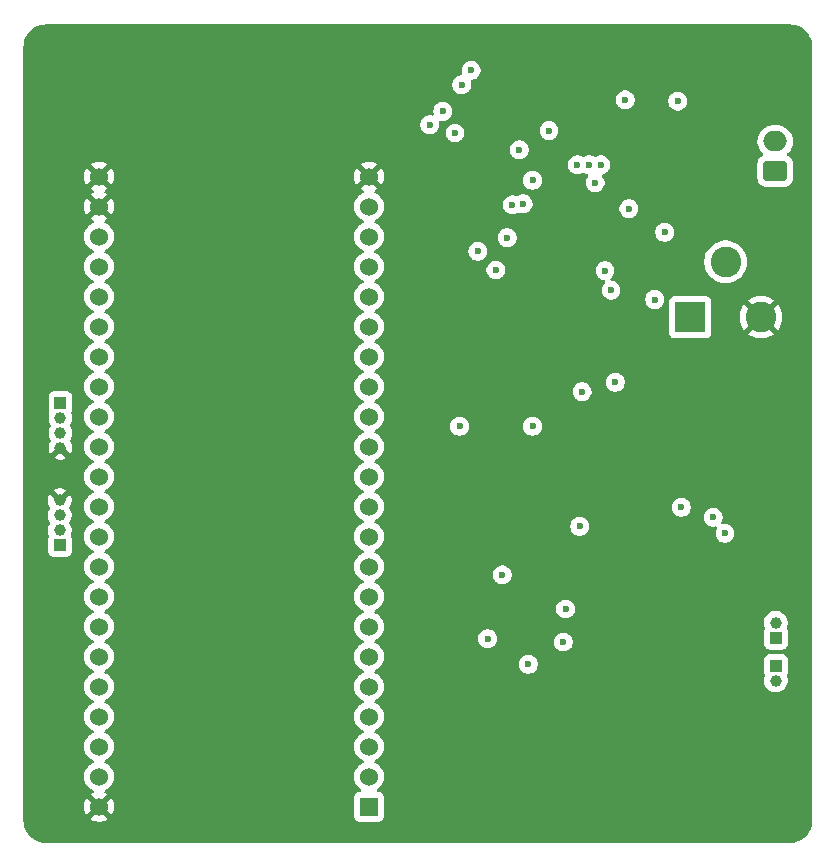
<source format=gbr>
%TF.GenerationSoftware,KiCad,Pcbnew,9.0.4*%
%TF.CreationDate,2025-10-21T16:10:30+02:00*%
%TF.ProjectId,Nomad,4e6f6d61-642e-46b6-9963-61645f706362,rev?*%
%TF.SameCoordinates,Original*%
%TF.FileFunction,Copper,L3,Inr*%
%TF.FilePolarity,Positive*%
%FSLAX46Y46*%
G04 Gerber Fmt 4.6, Leading zero omitted, Abs format (unit mm)*
G04 Created by KiCad (PCBNEW 9.0.4) date 2025-10-21 16:10:30*
%MOMM*%
%LPD*%
G01*
G04 APERTURE LIST*
G04 Aperture macros list*
%AMRoundRect*
0 Rectangle with rounded corners*
0 $1 Rounding radius*
0 $2 $3 $4 $5 $6 $7 $8 $9 X,Y pos of 4 corners*
0 Add a 4 corners polygon primitive as box body*
4,1,4,$2,$3,$4,$5,$6,$7,$8,$9,$2,$3,0*
0 Add four circle primitives for the rounded corners*
1,1,$1+$1,$2,$3*
1,1,$1+$1,$4,$5*
1,1,$1+$1,$6,$7*
1,1,$1+$1,$8,$9*
0 Add four rect primitives between the rounded corners*
20,1,$1+$1,$2,$3,$4,$5,0*
20,1,$1+$1,$4,$5,$6,$7,0*
20,1,$1+$1,$6,$7,$8,$9,0*
20,1,$1+$1,$8,$9,$2,$3,0*%
G04 Aperture macros list end*
%TA.AperFunction,ComponentPad*%
%ADD10RoundRect,0.250000X0.750000X-0.600000X0.750000X0.600000X-0.750000X0.600000X-0.750000X-0.600000X0*%
%TD*%
%TA.AperFunction,ComponentPad*%
%ADD11O,2.000000X1.700000*%
%TD*%
%TA.AperFunction,ComponentPad*%
%ADD12R,1.530000X1.530000*%
%TD*%
%TA.AperFunction,ComponentPad*%
%ADD13C,1.530000*%
%TD*%
%TA.AperFunction,ComponentPad*%
%ADD14C,5.600000*%
%TD*%
%TA.AperFunction,ComponentPad*%
%ADD15R,1.000000X1.000000*%
%TD*%
%TA.AperFunction,ComponentPad*%
%ADD16C,1.000000*%
%TD*%
%TA.AperFunction,ComponentPad*%
%ADD17R,2.600000X2.600000*%
%TD*%
%TA.AperFunction,ComponentPad*%
%ADD18C,2.600000*%
%TD*%
%TA.AperFunction,ViaPad*%
%ADD19C,0.600000*%
%TD*%
G04 APERTURE END LIST*
D10*
%TO.N,/VSNS_P*%
%TO.C,LS1*%
X136750000Y-50500000D03*
D11*
%TO.N,/VSNS_N*%
X136750000Y-48000000D03*
%TD*%
D12*
%TO.N,3.3V*%
%TO.C,U6*%
X102360000Y-104340000D03*
D13*
X102360001Y-101800000D03*
%TO.N,unconnected-(U6-RST-PadJ1_3)*%
X102360000Y-99260000D03*
%TO.N,AIN1*%
X102360000Y-96720000D03*
%TO.N,AIN2*%
X102360000Y-94180000D03*
%TO.N,BIN1*%
X102360000Y-91640001D03*
%TO.N,BIN2*%
X102360000Y-89099999D03*
%TO.N,FSYNC*%
X102360000Y-86560000D03*
%TO.N,STBY*%
X102360000Y-84020000D03*
%TO.N,SDZ*%
X102360000Y-81480000D03*
%TO.N,IRQZ*%
X102360000Y-78939999D03*
%TO.N,PWMA*%
X102360000Y-76400000D03*
%TO.N,Echo_cap_2*%
X102360000Y-73860000D03*
%TO.N,unconnected-(U6-GPIO46-PadJ1_14)*%
X102360000Y-71320000D03*
%TO.N,PWMB*%
X102360000Y-68780001D03*
%TO.N,SDA*%
X102360000Y-66239999D03*
%TO.N,SCL*%
X102360000Y-63700000D03*
%TO.N,SDOUT*%
X102360000Y-61160000D03*
%TO.N,SDIN*%
X102360000Y-58620000D03*
%TO.N,SBCLK*%
X102360000Y-56079999D03*
%TO.N,5V*%
X102360000Y-53540000D03*
%TO.N,GND*%
X102360000Y-51000000D03*
X79500000Y-104340000D03*
%TO.N,unconnected-(U6-U0TXD{slash}GPIO43-PadJ3_2)*%
X79499999Y-101800000D03*
%TO.N,unconnected-(U6-U0RXD{slash}GPIO44-PadJ3_3)*%
X79500000Y-99260000D03*
%TO.N,Echo_cap_1*%
X79500000Y-96720000D03*
%TO.N,Trig_cap_2*%
X79500000Y-94180000D03*
%TO.N,unconnected-(U6-MTMS{slash}GPIO42-PadJ3_6)*%
X79500000Y-91640001D03*
%TO.N,unconnected-(U6-MTDI{slash}GPIO41-PadJ3_7)*%
X79500000Y-89099999D03*
%TO.N,unconnected-(U6-MTDO{slash}GPIO40-PadJ3_8)*%
X79500000Y-86560000D03*
%TO.N,unconnected-(U6-MTCK{slash}GPIO39-PadJ3_9)*%
X79500000Y-84020000D03*
%TO.N,unconnected-(U6-GPIO38-PadJ3_10)*%
X79500000Y-81480000D03*
%TO.N,unconnected-(U6-GPIO37-PadJ3_11)*%
X79500000Y-78939999D03*
%TO.N,unconnected-(U6-GPIO36-PadJ3_12)*%
X79500000Y-76400000D03*
%TO.N,unconnected-(U6-GPIO35-PadJ3_13)*%
X79500000Y-73860000D03*
%TO.N,Trig_cap_1*%
X79500000Y-71320000D03*
%TO.N,unconnected-(U6-GPIO45-PadJ3_15)*%
X79500000Y-68780001D03*
%TO.N,unconnected-(U6-GPIO48-PadJ3_16)*%
X79500000Y-66239999D03*
%TO.N,unconnected-(U6-GPIO47-PadJ3_17)*%
X79500000Y-63700000D03*
%TO.N,unconnected-(U6-GPIO21-PadJ3_18)*%
X79500000Y-61160000D03*
%TO.N,unconnected-(U6-USB_D+{slash}GPIO20-PadJ3_19)*%
X79500000Y-58620000D03*
%TO.N,unconnected-(U6-USB_D-{slash}GPIO19-PadJ3_20)*%
X79500000Y-56079999D03*
%TO.N,GND*%
X79500000Y-53540000D03*
X79500000Y-51000000D03*
%TD*%
D14*
%TO.N,GND*%
%TO.C,H1*%
X136000000Y-41000000D03*
%TD*%
%TO.N,GND*%
%TO.C,H2*%
X136000000Y-103000000D03*
%TD*%
D15*
%TO.N,5V*%
%TO.C,J3*%
X76225000Y-70160000D03*
D16*
%TO.N,Trig_cap_1*%
X76225000Y-71430001D03*
%TO.N,Echo_cap_1*%
X76225000Y-72700000D03*
%TO.N,GND*%
X76225000Y-73970000D03*
%TD*%
D14*
%TO.N,GND*%
%TO.C,H3*%
X76000000Y-41000000D03*
%TD*%
D15*
%TO.N,5V*%
%TO.C,J2*%
X76175000Y-82210000D03*
D16*
%TO.N,Trig_cap_2*%
X76175000Y-80939999D03*
%TO.N,Echo_cap_2*%
X76175000Y-79670000D03*
%TO.N,GND*%
X76175000Y-78400000D03*
%TD*%
D15*
%TO.N,AO2*%
%TO.C,J5*%
X136800000Y-92400000D03*
D16*
%TO.N,AO1*%
X136800000Y-93670001D03*
%TD*%
D15*
%TO.N,BO2*%
%TO.C,J4*%
X136800000Y-90035000D03*
D16*
%TO.N,BO1*%
X136800000Y-88764999D03*
%TD*%
D17*
%TO.N,Net-(D1-A)*%
%TO.C,J1*%
X129550000Y-62900000D03*
D18*
%TO.N,GND*%
X135550000Y-62900000D03*
%TO.N,N/C*%
X132550000Y-58200000D03*
%TD*%
D19*
%TO.N,GND*%
X94535534Y-40535534D03*
X91000000Y-58213203D03*
X98071068Y-51142136D03*
X87464466Y-54677670D03*
X101606602Y-47606602D03*
X83928932Y-44071068D03*
X87464466Y-47606602D03*
X94535534Y-47606602D03*
X83928932Y-51142136D03*
X91000000Y-44071068D03*
X98071068Y-44071068D03*
X80393398Y-47606602D03*
X94535534Y-54677670D03*
X87464466Y-40535534D03*
X91000000Y-51142136D03*
%TO.N,IRQZ*%
X115079991Y-48729699D03*
%TO.N,12V*%
X111000000Y-42000000D03*
X120400000Y-69200000D03*
X128800000Y-79000000D03*
X120200000Y-80600000D03*
%TO.N,GND*%
X97500000Y-87500000D03*
X87500000Y-82500000D03*
X123736650Y-57878950D03*
X119900000Y-44000000D03*
X97500000Y-97500000D03*
X129500000Y-48500000D03*
X111230707Y-47228699D03*
X118600000Y-50550000D03*
X121200000Y-74637501D03*
X110800000Y-50700000D03*
X128051841Y-51051841D03*
X92500000Y-87500000D03*
X123450999Y-80635001D03*
X137543749Y-83550000D03*
X112431250Y-88512500D03*
X121200000Y-45700000D03*
X112215000Y-74637502D03*
X112203192Y-39417299D03*
X87500000Y-87500000D03*
X97500000Y-92500000D03*
X82500000Y-87500000D03*
X116800000Y-39400000D03*
X121000000Y-63200000D03*
X126794600Y-59360201D03*
X116400000Y-76000000D03*
X82500000Y-97500000D03*
X114000000Y-76000000D03*
X92500000Y-82500000D03*
X87500000Y-92500000D03*
X128000000Y-47862501D03*
X82500000Y-92500000D03*
X87500000Y-97500000D03*
X92500000Y-92500000D03*
X97500000Y-82500000D03*
X92500000Y-97500000D03*
X129500000Y-50274999D03*
X82500000Y-82500000D03*
X120950000Y-66700000D03*
%TO.N,5V*%
X122850000Y-60600000D03*
X116200000Y-72124999D03*
X122336650Y-58953950D03*
X123200000Y-68400000D03*
X110024999Y-72124999D03*
%TO.N,1.8V*%
X121500000Y-51500000D03*
X121000000Y-50000400D03*
X120000000Y-50000400D03*
X122000000Y-50000400D03*
X132494749Y-81200000D03*
%TO.N,3.3V*%
X126554800Y-61400000D03*
X112393750Y-90112500D03*
X131493749Y-79825000D03*
%TO.N,/OUT_P*%
X109639109Y-47300000D03*
X124362500Y-53712500D03*
%TO.N,/OUT_N*%
X124050000Y-44500000D03*
X110200000Y-43225000D03*
%TO.N,/VSNS_P*%
X107500000Y-46600000D03*
X127400000Y-55700000D03*
%TO.N,/VSNS_N*%
X128500000Y-44600000D03*
X108600000Y-45475000D03*
%TO.N,SDZ*%
X117596808Y-47097400D03*
%TO.N,SDIN*%
X114490636Y-53390636D03*
%TO.N,AIN1*%
X118800000Y-90400000D03*
%TO.N,STBY*%
X119000000Y-87600000D03*
%TO.N,SCL*%
X114062500Y-56162500D03*
%TO.N,SDA*%
X113100000Y-58900000D03*
%TO.N,SBCLK*%
X116200000Y-51300000D03*
%TO.N,FSYNC*%
X115399807Y-53300000D03*
%TO.N,SDOUT*%
X111573404Y-57323404D03*
%TO.N,PWMA*%
X115851640Y-92274685D03*
X113650000Y-84720000D03*
%TD*%
%TA.AperFunction,Conductor*%
%TO.N,GND*%
G36*
X138004042Y-38100765D02*
G01*
X138028041Y-38102337D01*
X138239839Y-38116219D01*
X138255900Y-38118334D01*
X138483662Y-38163639D01*
X138499316Y-38167834D01*
X138719218Y-38242481D01*
X138734189Y-38248682D01*
X138931453Y-38345961D01*
X138942460Y-38351390D01*
X138956506Y-38359500D01*
X139149583Y-38488509D01*
X139162452Y-38498383D01*
X139337038Y-38651492D01*
X139348507Y-38662961D01*
X139501616Y-38837547D01*
X139511490Y-38850416D01*
X139640499Y-39043493D01*
X139648609Y-39057539D01*
X139751314Y-39265803D01*
X139757521Y-39280788D01*
X139832163Y-39500676D01*
X139836361Y-39516343D01*
X139881663Y-39744087D01*
X139883781Y-39760169D01*
X139899235Y-39995956D01*
X139899500Y-40004066D01*
X139899500Y-105495933D01*
X139899235Y-105504043D01*
X139883781Y-105739830D01*
X139881663Y-105755912D01*
X139836361Y-105983656D01*
X139832163Y-105999323D01*
X139757521Y-106219211D01*
X139751314Y-106234196D01*
X139648609Y-106442460D01*
X139640499Y-106456506D01*
X139511490Y-106649583D01*
X139501616Y-106662452D01*
X139348507Y-106837038D01*
X139337038Y-106848507D01*
X139162452Y-107001616D01*
X139149583Y-107011490D01*
X138956506Y-107140499D01*
X138942460Y-107148609D01*
X138734196Y-107251314D01*
X138719211Y-107257521D01*
X138499323Y-107332163D01*
X138483656Y-107336361D01*
X138255912Y-107381663D01*
X138239830Y-107383781D01*
X138004043Y-107399235D01*
X137995933Y-107399500D01*
X75004067Y-107399500D01*
X74995957Y-107399235D01*
X74760169Y-107383781D01*
X74744087Y-107381663D01*
X74516343Y-107336361D01*
X74500676Y-107332163D01*
X74280788Y-107257521D01*
X74265803Y-107251314D01*
X74057539Y-107148609D01*
X74043493Y-107140499D01*
X73850416Y-107011490D01*
X73837547Y-107001616D01*
X73662961Y-106848507D01*
X73651492Y-106837038D01*
X73498383Y-106662452D01*
X73488509Y-106649583D01*
X73359500Y-106456506D01*
X73351390Y-106442460D01*
X73345749Y-106431021D01*
X73248682Y-106234189D01*
X73242481Y-106219218D01*
X73167834Y-105999316D01*
X73163638Y-105983656D01*
X73118334Y-105755900D01*
X73116219Y-105739839D01*
X73102337Y-105528041D01*
X73100765Y-105504042D01*
X73100500Y-105495933D01*
X73100500Y-101700403D01*
X78234499Y-101700403D01*
X78234499Y-101899596D01*
X78265660Y-102096340D01*
X78265660Y-102096343D01*
X78327212Y-102285780D01*
X78327214Y-102285783D01*
X78417646Y-102463266D01*
X78534730Y-102624418D01*
X78675581Y-102765269D01*
X78836733Y-102882353D01*
X78988720Y-102959794D01*
X78988722Y-102959795D01*
X79039518Y-103007769D01*
X79056313Y-103075590D01*
X79033776Y-103141725D01*
X78988723Y-103180764D01*
X78836993Y-103258075D01*
X78799135Y-103285580D01*
X78799135Y-103285581D01*
X79362425Y-103848871D01*
X79303147Y-103864755D01*
X79186853Y-103931898D01*
X79091898Y-104026853D01*
X79024755Y-104143147D01*
X79008871Y-104202425D01*
X78445581Y-103639135D01*
X78445580Y-103639135D01*
X78418077Y-103676990D01*
X78327679Y-103854405D01*
X78266147Y-104043777D01*
X78235000Y-104240436D01*
X78235000Y-104439563D01*
X78266147Y-104636222D01*
X78327679Y-104825594D01*
X78418077Y-105003008D01*
X78445580Y-105040863D01*
X78445581Y-105040864D01*
X79008871Y-104477574D01*
X79024755Y-104536853D01*
X79091898Y-104653147D01*
X79186853Y-104748102D01*
X79303147Y-104815245D01*
X79362425Y-104831128D01*
X78799134Y-105394417D01*
X78836994Y-105421924D01*
X79014405Y-105512320D01*
X79203777Y-105573852D01*
X79400437Y-105605000D01*
X79599563Y-105605000D01*
X79796222Y-105573852D01*
X79985594Y-105512320D01*
X80163005Y-105421924D01*
X80200863Y-105394418D01*
X80200863Y-105394417D01*
X79637574Y-104831128D01*
X79696853Y-104815245D01*
X79813147Y-104748102D01*
X79908102Y-104653147D01*
X79975245Y-104536853D01*
X79991128Y-104477574D01*
X80554417Y-105040863D01*
X80554418Y-105040863D01*
X80581924Y-105003005D01*
X80672320Y-104825594D01*
X80733852Y-104636222D01*
X80765000Y-104439563D01*
X80765000Y-104240436D01*
X80733852Y-104043777D01*
X80672320Y-103854405D01*
X80581924Y-103676994D01*
X80554417Y-103639135D01*
X80554417Y-103639134D01*
X79991128Y-104202424D01*
X79975245Y-104143147D01*
X79908102Y-104026853D01*
X79813147Y-103931898D01*
X79696853Y-103864755D01*
X79637574Y-103848871D01*
X80200864Y-103285581D01*
X80200863Y-103285580D01*
X80163006Y-103258075D01*
X80011275Y-103180763D01*
X79960480Y-103132789D01*
X79943685Y-103064968D01*
X79966223Y-102998833D01*
X80011275Y-102959795D01*
X80163265Y-102882353D01*
X80324417Y-102765269D01*
X80465268Y-102624418D01*
X80582352Y-102463266D01*
X80672784Y-102285783D01*
X80734338Y-102096339D01*
X80765499Y-101899597D01*
X80765499Y-101700403D01*
X80734338Y-101503661D01*
X80734337Y-101503657D01*
X80734337Y-101503656D01*
X80672785Y-101314219D01*
X80582351Y-101136733D01*
X80465268Y-100975582D01*
X80324417Y-100834731D01*
X80163265Y-100717647D01*
X80011826Y-100640485D01*
X79961030Y-100592510D01*
X79944235Y-100524689D01*
X79966772Y-100458554D01*
X80011824Y-100419516D01*
X80163266Y-100342353D01*
X80324418Y-100225269D01*
X80465269Y-100084418D01*
X80582353Y-99923266D01*
X80672785Y-99745783D01*
X80734339Y-99556339D01*
X80765500Y-99359597D01*
X80765500Y-99160403D01*
X80734339Y-98963661D01*
X80734338Y-98963657D01*
X80734338Y-98963656D01*
X80672786Y-98774219D01*
X80582352Y-98596733D01*
X80465269Y-98435582D01*
X80324418Y-98294731D01*
X80163266Y-98177647D01*
X80011827Y-98100485D01*
X79961031Y-98052510D01*
X79944236Y-97984689D01*
X79966773Y-97918554D01*
X80011827Y-97879515D01*
X80021116Y-97874781D01*
X80163266Y-97802353D01*
X80324418Y-97685269D01*
X80465269Y-97544418D01*
X80582353Y-97383266D01*
X80672785Y-97205783D01*
X80734339Y-97016339D01*
X80765500Y-96819597D01*
X80765500Y-96620403D01*
X80734339Y-96423661D01*
X80734338Y-96423657D01*
X80734338Y-96423656D01*
X80672786Y-96234219D01*
X80582352Y-96056733D01*
X80465269Y-95895582D01*
X80324418Y-95754731D01*
X80163266Y-95637647D01*
X80011827Y-95560485D01*
X79961031Y-95512510D01*
X79944236Y-95444689D01*
X79966773Y-95378554D01*
X80011827Y-95339515D01*
X80021116Y-95334781D01*
X80163266Y-95262353D01*
X80324418Y-95145269D01*
X80465269Y-95004418D01*
X80582353Y-94843266D01*
X80672785Y-94665783D01*
X80734339Y-94476339D01*
X80765500Y-94279597D01*
X80765500Y-94080403D01*
X80734339Y-93883661D01*
X80734338Y-93883657D01*
X80734338Y-93883656D01*
X80672786Y-93694219D01*
X80610237Y-93571460D01*
X80582353Y-93516734D01*
X80465269Y-93355582D01*
X80324418Y-93214731D01*
X80163266Y-93097647D01*
X80119180Y-93075184D01*
X80011828Y-93020485D01*
X79961032Y-92972510D01*
X79944237Y-92904689D01*
X79966775Y-92838554D01*
X80011826Y-92799516D01*
X80163266Y-92722354D01*
X80324418Y-92605270D01*
X80465269Y-92464419D01*
X80582353Y-92303267D01*
X80672785Y-92125784D01*
X80700272Y-92041188D01*
X80734338Y-91936344D01*
X80734338Y-91936343D01*
X80734339Y-91936340D01*
X80765500Y-91739598D01*
X80765500Y-91540404D01*
X80734339Y-91343662D01*
X80734338Y-91343658D01*
X80734338Y-91343657D01*
X80672786Y-91154220D01*
X80672785Y-91154218D01*
X80582353Y-90976735D01*
X80465269Y-90815583D01*
X80324418Y-90674732D01*
X80163266Y-90557648D01*
X80011825Y-90480485D01*
X79961029Y-90432510D01*
X79944234Y-90364689D01*
X79966771Y-90298554D01*
X80011825Y-90259515D01*
X80018526Y-90256100D01*
X80163266Y-90182352D01*
X80324418Y-90065268D01*
X80465269Y-89924417D01*
X80582353Y-89763265D01*
X80672785Y-89585782D01*
X80703675Y-89490713D01*
X80734338Y-89396342D01*
X80734338Y-89396341D01*
X80734339Y-89396338D01*
X80765500Y-89199596D01*
X80765500Y-89000402D01*
X80734339Y-88803660D01*
X80734338Y-88803656D01*
X80734338Y-88803655D01*
X80672786Y-88614218D01*
X80600918Y-88473169D01*
X80582353Y-88436733D01*
X80465269Y-88275581D01*
X80324418Y-88134730D01*
X80163266Y-88017646D01*
X80104806Y-87987859D01*
X80011828Y-87940484D01*
X79961032Y-87892509D01*
X79944237Y-87824688D01*
X79966775Y-87758553D01*
X80011826Y-87719515D01*
X80163266Y-87642353D01*
X80324418Y-87525269D01*
X80465269Y-87384418D01*
X80582353Y-87223266D01*
X80672785Y-87045783D01*
X80694740Y-86978213D01*
X80734338Y-86856343D01*
X80734338Y-86856342D01*
X80734339Y-86856339D01*
X80765500Y-86659597D01*
X80765500Y-86460403D01*
X80734339Y-86263661D01*
X80734338Y-86263657D01*
X80734338Y-86263656D01*
X80672786Y-86074219D01*
X80582352Y-85896733D01*
X80465269Y-85735582D01*
X80324418Y-85594731D01*
X80163266Y-85477647D01*
X80011827Y-85400485D01*
X79961031Y-85352510D01*
X79944236Y-85284689D01*
X79966773Y-85218554D01*
X80011827Y-85179515D01*
X80021116Y-85174781D01*
X80163266Y-85102353D01*
X80324418Y-84985269D01*
X80465269Y-84844418D01*
X80582353Y-84683266D01*
X80672785Y-84505783D01*
X80679051Y-84486498D01*
X80734338Y-84316343D01*
X80734338Y-84316342D01*
X80734339Y-84316339D01*
X80765500Y-84119597D01*
X80765500Y-83920403D01*
X80734339Y-83723661D01*
X80734338Y-83723657D01*
X80734338Y-83723656D01*
X80672786Y-83534219D01*
X80582352Y-83356733D01*
X80465269Y-83195582D01*
X80324418Y-83054731D01*
X80163266Y-82937647D01*
X80011827Y-82860485D01*
X79961031Y-82812510D01*
X79944236Y-82744689D01*
X79966773Y-82678554D01*
X80011827Y-82639515D01*
X80021116Y-82634781D01*
X80163266Y-82562353D01*
X80324418Y-82445269D01*
X80465269Y-82304418D01*
X80582353Y-82143266D01*
X80672785Y-81965783D01*
X80691108Y-81909390D01*
X80734338Y-81776343D01*
X80734338Y-81776342D01*
X80734339Y-81776339D01*
X80765500Y-81579597D01*
X80765500Y-81380403D01*
X80734339Y-81183661D01*
X80734338Y-81183657D01*
X80734338Y-81183656D01*
X80672786Y-80994219D01*
X80584435Y-80820821D01*
X80582353Y-80816734D01*
X80465269Y-80655582D01*
X80324418Y-80514731D01*
X80163266Y-80397647D01*
X80163258Y-80397643D01*
X80011826Y-80320484D01*
X79961030Y-80272509D01*
X79944235Y-80204688D01*
X79966773Y-80138553D01*
X80011824Y-80099515D01*
X80163266Y-80022352D01*
X80324418Y-79905268D01*
X80465269Y-79764417D01*
X80582353Y-79603265D01*
X80672785Y-79425782D01*
X80687927Y-79379179D01*
X80734338Y-79236342D01*
X80734338Y-79236341D01*
X80734339Y-79236338D01*
X80765500Y-79039596D01*
X80765500Y-78840402D01*
X80734339Y-78643660D01*
X80734338Y-78643656D01*
X80734338Y-78643655D01*
X80672786Y-78454218D01*
X80668638Y-78446078D01*
X80582353Y-78276733D01*
X80465269Y-78115581D01*
X80324418Y-77974730D01*
X80163266Y-77857646D01*
X80163258Y-77857642D01*
X80011828Y-77780484D01*
X79961032Y-77732509D01*
X79944237Y-77664688D01*
X79966775Y-77598553D01*
X80011826Y-77559515D01*
X80163266Y-77482353D01*
X80324418Y-77365269D01*
X80465269Y-77224418D01*
X80582353Y-77063266D01*
X80672785Y-76885783D01*
X80734339Y-76696339D01*
X80765500Y-76499597D01*
X80765500Y-76300403D01*
X80734339Y-76103661D01*
X80734338Y-76103657D01*
X80734338Y-76103656D01*
X80672786Y-75914219D01*
X80582352Y-75736733D01*
X80465269Y-75575582D01*
X80324418Y-75434731D01*
X80163266Y-75317647D01*
X80011827Y-75240485D01*
X79961031Y-75192510D01*
X79944236Y-75124689D01*
X79966773Y-75058554D01*
X80011827Y-75019515D01*
X80021116Y-75014781D01*
X80163266Y-74942353D01*
X80324418Y-74825269D01*
X80465269Y-74684418D01*
X80582353Y-74523266D01*
X80672785Y-74345783D01*
X80688912Y-74296148D01*
X80734338Y-74156343D01*
X80734338Y-74156342D01*
X80734339Y-74156339D01*
X80765500Y-73959597D01*
X80765500Y-73760403D01*
X80734339Y-73563661D01*
X80734338Y-73563657D01*
X80734338Y-73563656D01*
X80672786Y-73374219D01*
X80619828Y-73270283D01*
X80582353Y-73196734D01*
X80465269Y-73035582D01*
X80324418Y-72894731D01*
X80163266Y-72777647D01*
X80011827Y-72700485D01*
X79961031Y-72652510D01*
X79944236Y-72584689D01*
X79966773Y-72518554D01*
X80011827Y-72479515D01*
X80021116Y-72474781D01*
X80163266Y-72402353D01*
X80324418Y-72285269D01*
X80465269Y-72144418D01*
X80582353Y-71983266D01*
X80672785Y-71805783D01*
X80692268Y-71745820D01*
X80734338Y-71616343D01*
X80734338Y-71616342D01*
X80734339Y-71616339D01*
X80765500Y-71419597D01*
X80765500Y-71220403D01*
X80734339Y-71023661D01*
X80734338Y-71023657D01*
X80734338Y-71023656D01*
X80672786Y-70834219D01*
X80638781Y-70767481D01*
X80582353Y-70656734D01*
X80465269Y-70495582D01*
X80324418Y-70354731D01*
X80163266Y-70237647D01*
X80163258Y-70237643D01*
X80011828Y-70160485D01*
X79961032Y-70112510D01*
X79944237Y-70044689D01*
X79966775Y-69978554D01*
X80011826Y-69939516D01*
X80163266Y-69862354D01*
X80324418Y-69745270D01*
X80465269Y-69604419D01*
X80582353Y-69443267D01*
X80672785Y-69265784D01*
X80688894Y-69216206D01*
X80734338Y-69076344D01*
X80734338Y-69076343D01*
X80734339Y-69076340D01*
X80765500Y-68879598D01*
X80765500Y-68680404D01*
X80734339Y-68483662D01*
X80734338Y-68483658D01*
X80734338Y-68483657D01*
X80672786Y-68294220D01*
X80672785Y-68294218D01*
X80582353Y-68116735D01*
X80465269Y-67955583D01*
X80324418Y-67814732D01*
X80163266Y-67697648D01*
X80011825Y-67620485D01*
X79961029Y-67572510D01*
X79944234Y-67504689D01*
X79966771Y-67438554D01*
X80011825Y-67399515D01*
X80018526Y-67396100D01*
X80163266Y-67322352D01*
X80324418Y-67205268D01*
X80465269Y-67064417D01*
X80582353Y-66903265D01*
X80672785Y-66725782D01*
X80734339Y-66536338D01*
X80765500Y-66339596D01*
X80765500Y-66140402D01*
X80734339Y-65943660D01*
X80734338Y-65943656D01*
X80734338Y-65943655D01*
X80672786Y-65754218D01*
X80582352Y-65576732D01*
X80465269Y-65415581D01*
X80324418Y-65274730D01*
X80163266Y-65157646D01*
X80163258Y-65157642D01*
X80011828Y-65080484D01*
X79961032Y-65032509D01*
X79944237Y-64964688D01*
X79966775Y-64898553D01*
X80011826Y-64859515D01*
X80163266Y-64782353D01*
X80324418Y-64665269D01*
X80465269Y-64524418D01*
X80582353Y-64363266D01*
X80672785Y-64185783D01*
X80734339Y-63996339D01*
X80765500Y-63799597D01*
X80765500Y-63600403D01*
X80734339Y-63403661D01*
X80734338Y-63403657D01*
X80734338Y-63403656D01*
X80672786Y-63214219D01*
X80582352Y-63036733D01*
X80568731Y-63017985D01*
X80465269Y-62875582D01*
X80324418Y-62734731D01*
X80163266Y-62617647D01*
X80011827Y-62540485D01*
X79961031Y-62492510D01*
X79944236Y-62424689D01*
X79966773Y-62358554D01*
X80011827Y-62319515D01*
X80021116Y-62314781D01*
X80163266Y-62242353D01*
X80324418Y-62125269D01*
X80465269Y-61984418D01*
X80582353Y-61823266D01*
X80672785Y-61645783D01*
X80712155Y-61524614D01*
X80734338Y-61456343D01*
X80734338Y-61456342D01*
X80734339Y-61456339D01*
X80765500Y-61259597D01*
X80765500Y-61060403D01*
X80734339Y-60863661D01*
X80734338Y-60863657D01*
X80734338Y-60863656D01*
X80672786Y-60674219D01*
X80634715Y-60599500D01*
X80582353Y-60496734D01*
X80465269Y-60335582D01*
X80324418Y-60194731D01*
X80163266Y-60077647D01*
X80011856Y-60000500D01*
X80011827Y-60000485D01*
X79961031Y-59952510D01*
X79944236Y-59884689D01*
X79966773Y-59818554D01*
X80011827Y-59779515D01*
X80022386Y-59774135D01*
X80163266Y-59702353D01*
X80324418Y-59585269D01*
X80465269Y-59444418D01*
X80582353Y-59283266D01*
X80672785Y-59105783D01*
X80734339Y-58916339D01*
X80765500Y-58719597D01*
X80765500Y-58520403D01*
X80734339Y-58323661D01*
X80734338Y-58323657D01*
X80734338Y-58323656D01*
X80672786Y-58134219D01*
X80651855Y-58093139D01*
X80582353Y-57956734D01*
X80465269Y-57795582D01*
X80324418Y-57654731D01*
X80163266Y-57537647D01*
X80163258Y-57537643D01*
X80011826Y-57460484D01*
X79961030Y-57412509D01*
X79944235Y-57344688D01*
X79966773Y-57278553D01*
X80011824Y-57239515D01*
X80163266Y-57162352D01*
X80324418Y-57045268D01*
X80465269Y-56904417D01*
X80582353Y-56743265D01*
X80672785Y-56565782D01*
X80703993Y-56469735D01*
X80734338Y-56376342D01*
X80734338Y-56376341D01*
X80734339Y-56376338D01*
X80765500Y-56179596D01*
X80765500Y-55980402D01*
X80734339Y-55783660D01*
X80734338Y-55783656D01*
X80734338Y-55783655D01*
X80672786Y-55594218D01*
X80645522Y-55540710D01*
X80582353Y-55416733D01*
X80465269Y-55255581D01*
X80324418Y-55114730D01*
X80163266Y-54997646D01*
X80149441Y-54990602D01*
X80011278Y-54920204D01*
X79960482Y-54872229D01*
X79943687Y-54804408D01*
X79966224Y-54738273D01*
X80011278Y-54699234D01*
X80163005Y-54621924D01*
X80200863Y-54594418D01*
X80200863Y-54594417D01*
X79637574Y-54031128D01*
X79696853Y-54015245D01*
X79813147Y-53948102D01*
X79908102Y-53853147D01*
X79975245Y-53736853D01*
X79991128Y-53677574D01*
X80554417Y-54240863D01*
X80554418Y-54240863D01*
X80581924Y-54203005D01*
X80672320Y-54025594D01*
X80733852Y-53836222D01*
X80765000Y-53639563D01*
X80765000Y-53440436D01*
X80764995Y-53440403D01*
X101094500Y-53440403D01*
X101094500Y-53639596D01*
X101125661Y-53836340D01*
X101125661Y-53836343D01*
X101187213Y-54025780D01*
X101225285Y-54100500D01*
X101277647Y-54203266D01*
X101394731Y-54364418D01*
X101535582Y-54505269D01*
X101696734Y-54622353D01*
X101825938Y-54688185D01*
X101848171Y-54699514D01*
X101898967Y-54747489D01*
X101915762Y-54815310D01*
X101893225Y-54881445D01*
X101848171Y-54920483D01*
X101696738Y-54997642D01*
X101589299Y-55075702D01*
X101535582Y-55114730D01*
X101535580Y-55114732D01*
X101535579Y-55114732D01*
X101394733Y-55255578D01*
X101394733Y-55255579D01*
X101394731Y-55255581D01*
X101347336Y-55320814D01*
X101277647Y-55416732D01*
X101187213Y-55594218D01*
X101125661Y-55783655D01*
X101125661Y-55783658D01*
X101094500Y-55980402D01*
X101094500Y-56179595D01*
X101125661Y-56376339D01*
X101125661Y-56376342D01*
X101187213Y-56565779D01*
X101195335Y-56581719D01*
X101277647Y-56743265D01*
X101394731Y-56904417D01*
X101535582Y-57045268D01*
X101696734Y-57162352D01*
X101830368Y-57230442D01*
X101848173Y-57239514D01*
X101898969Y-57287489D01*
X101915764Y-57355310D01*
X101893227Y-57421445D01*
X101848173Y-57460483D01*
X101696738Y-57537643D01*
X101589299Y-57615703D01*
X101535582Y-57654731D01*
X101535580Y-57654733D01*
X101535579Y-57654733D01*
X101394733Y-57795579D01*
X101394733Y-57795580D01*
X101394731Y-57795582D01*
X101367042Y-57833693D01*
X101277647Y-57956733D01*
X101187213Y-58134219D01*
X101125661Y-58323656D01*
X101125661Y-58323659D01*
X101094500Y-58520403D01*
X101094500Y-58719596D01*
X101125661Y-58916340D01*
X101125661Y-58916343D01*
X101187213Y-59105780D01*
X101201336Y-59133497D01*
X101277647Y-59283266D01*
X101394731Y-59444418D01*
X101535582Y-59585269D01*
X101696734Y-59702353D01*
X101745128Y-59727011D01*
X101848172Y-59779515D01*
X101898968Y-59827490D01*
X101915763Y-59895311D01*
X101893225Y-59961446D01*
X101848172Y-60000485D01*
X101696733Y-60077647D01*
X101680129Y-60089711D01*
X101535582Y-60194731D01*
X101535580Y-60194733D01*
X101535579Y-60194733D01*
X101394733Y-60335579D01*
X101394733Y-60335580D01*
X101394731Y-60335582D01*
X101344447Y-60404790D01*
X101277647Y-60496733D01*
X101187213Y-60674219D01*
X101125661Y-60863656D01*
X101125661Y-60863659D01*
X101121535Y-60889711D01*
X101094500Y-61060403D01*
X101094500Y-61259597D01*
X101102387Y-61309394D01*
X101125661Y-61456340D01*
X101125661Y-61456343D01*
X101187213Y-61645780D01*
X101255187Y-61779185D01*
X101277647Y-61823266D01*
X101394731Y-61984418D01*
X101535582Y-62125269D01*
X101696734Y-62242353D01*
X101766453Y-62277877D01*
X101848172Y-62319515D01*
X101898968Y-62367490D01*
X101915763Y-62435311D01*
X101893225Y-62501446D01*
X101848172Y-62540485D01*
X101696733Y-62617647D01*
X101604790Y-62684447D01*
X101535582Y-62734731D01*
X101535580Y-62734733D01*
X101535579Y-62734733D01*
X101394733Y-62875579D01*
X101394733Y-62875580D01*
X101394731Y-62875582D01*
X101376990Y-62900001D01*
X101277647Y-63036733D01*
X101187213Y-63214219D01*
X101125661Y-63403656D01*
X101125661Y-63403659D01*
X101094500Y-63600403D01*
X101094500Y-63799596D01*
X101125661Y-63996340D01*
X101125661Y-63996343D01*
X101187213Y-64185780D01*
X101187215Y-64185783D01*
X101277647Y-64363266D01*
X101394731Y-64524418D01*
X101535582Y-64665269D01*
X101696734Y-64782353D01*
X101825938Y-64848185D01*
X101848171Y-64859514D01*
X101898967Y-64907489D01*
X101915762Y-64975310D01*
X101893225Y-65041445D01*
X101848171Y-65080483D01*
X101696738Y-65157642D01*
X101589299Y-65235702D01*
X101535582Y-65274730D01*
X101535580Y-65274732D01*
X101535579Y-65274732D01*
X101394733Y-65415578D01*
X101394733Y-65415579D01*
X101394731Y-65415581D01*
X101344447Y-65484789D01*
X101277647Y-65576732D01*
X101187213Y-65754218D01*
X101125661Y-65943655D01*
X101125661Y-65943658D01*
X101094500Y-66140402D01*
X101094500Y-66339595D01*
X101125661Y-66536339D01*
X101125661Y-66536342D01*
X101187213Y-66725779D01*
X101187215Y-66725782D01*
X101277647Y-66903265D01*
X101394731Y-67064417D01*
X101535582Y-67205268D01*
X101696734Y-67322352D01*
X101767724Y-67358523D01*
X101848174Y-67399515D01*
X101898970Y-67447490D01*
X101915765Y-67515311D01*
X101893227Y-67581446D01*
X101848174Y-67620485D01*
X101696733Y-67697648D01*
X101604790Y-67764448D01*
X101535582Y-67814732D01*
X101535580Y-67814734D01*
X101535579Y-67814734D01*
X101394733Y-67955580D01*
X101394733Y-67955581D01*
X101394731Y-67955583D01*
X101347338Y-68020814D01*
X101277647Y-68116734D01*
X101187213Y-68294220D01*
X101125661Y-68483657D01*
X101125661Y-68483660D01*
X101101931Y-68633489D01*
X101094500Y-68680404D01*
X101094500Y-68879598D01*
X101108264Y-68966498D01*
X101125661Y-69076341D01*
X101125661Y-69076344D01*
X101187213Y-69265781D01*
X101264602Y-69417664D01*
X101277647Y-69443267D01*
X101394731Y-69604419D01*
X101535582Y-69745270D01*
X101696734Y-69862354D01*
X101789061Y-69909397D01*
X101848171Y-69939515D01*
X101898967Y-69987490D01*
X101915762Y-70055311D01*
X101893225Y-70121446D01*
X101848171Y-70160484D01*
X101696738Y-70237643D01*
X101589299Y-70315703D01*
X101535582Y-70354731D01*
X101535580Y-70354733D01*
X101535579Y-70354733D01*
X101394733Y-70495579D01*
X101394733Y-70495580D01*
X101394731Y-70495582D01*
X101344447Y-70564790D01*
X101277647Y-70656733D01*
X101187213Y-70834219D01*
X101125661Y-71023656D01*
X101125661Y-71023659D01*
X101094500Y-71220403D01*
X101094500Y-71419596D01*
X101125661Y-71616340D01*
X101125661Y-71616343D01*
X101187213Y-71805780D01*
X101237220Y-71903923D01*
X101277647Y-71983266D01*
X101394731Y-72144418D01*
X101535582Y-72285269D01*
X101696734Y-72402353D01*
X101708151Y-72408170D01*
X101848172Y-72479515D01*
X101898968Y-72527490D01*
X101915763Y-72595311D01*
X101893225Y-72661446D01*
X101848172Y-72700485D01*
X101696733Y-72777647D01*
X101618635Y-72834389D01*
X101535582Y-72894731D01*
X101535580Y-72894733D01*
X101535579Y-72894733D01*
X101394733Y-73035579D01*
X101394733Y-73035580D01*
X101394731Y-73035582D01*
X101344447Y-73104790D01*
X101277647Y-73196733D01*
X101187213Y-73374219D01*
X101125661Y-73563656D01*
X101125661Y-73563659D01*
X101094500Y-73760403D01*
X101094500Y-73959596D01*
X101125661Y-74156340D01*
X101125661Y-74156343D01*
X101187213Y-74345780D01*
X101277647Y-74523266D01*
X101394731Y-74684418D01*
X101535582Y-74825269D01*
X101696734Y-74942353D01*
X101766453Y-74977877D01*
X101848172Y-75019515D01*
X101898968Y-75067490D01*
X101915763Y-75135311D01*
X101893225Y-75201446D01*
X101848172Y-75240485D01*
X101696733Y-75317647D01*
X101604790Y-75384447D01*
X101535582Y-75434731D01*
X101535580Y-75434733D01*
X101535579Y-75434733D01*
X101394733Y-75575579D01*
X101394733Y-75575580D01*
X101394731Y-75575582D01*
X101344447Y-75644790D01*
X101277647Y-75736733D01*
X101187213Y-75914219D01*
X101125661Y-76103656D01*
X101125661Y-76103659D01*
X101094500Y-76300403D01*
X101094500Y-76499596D01*
X101125661Y-76696340D01*
X101125661Y-76696343D01*
X101187213Y-76885780D01*
X101187215Y-76885783D01*
X101277647Y-77063266D01*
X101394731Y-77224418D01*
X101535582Y-77365269D01*
X101696734Y-77482353D01*
X101758468Y-77513808D01*
X101848171Y-77559514D01*
X101898967Y-77607489D01*
X101915762Y-77675310D01*
X101893225Y-77741445D01*
X101848171Y-77780483D01*
X101696738Y-77857642D01*
X101589299Y-77935702D01*
X101535582Y-77974730D01*
X101535580Y-77974732D01*
X101535579Y-77974732D01*
X101394733Y-78115578D01*
X101394733Y-78115579D01*
X101394731Y-78115581D01*
X101344447Y-78184789D01*
X101277647Y-78276732D01*
X101187213Y-78454218D01*
X101125661Y-78643655D01*
X101125661Y-78643658D01*
X101112596Y-78726148D01*
X101094500Y-78840402D01*
X101094500Y-79039596D01*
X101096982Y-79055264D01*
X101125661Y-79236339D01*
X101125661Y-79236342D01*
X101187213Y-79425779D01*
X101261441Y-79571459D01*
X101277647Y-79603265D01*
X101394731Y-79764417D01*
X101535582Y-79905268D01*
X101696734Y-80022352D01*
X101828926Y-80089707D01*
X101848173Y-80099514D01*
X101898969Y-80147489D01*
X101915764Y-80215310D01*
X101893227Y-80281445D01*
X101848173Y-80320483D01*
X101696738Y-80397643D01*
X101602528Y-80466092D01*
X101535582Y-80514731D01*
X101535580Y-80514733D01*
X101535579Y-80514733D01*
X101394733Y-80655579D01*
X101394733Y-80655580D01*
X101394731Y-80655582D01*
X101377832Y-80678842D01*
X101277647Y-80816733D01*
X101187213Y-80994219D01*
X101125661Y-81183656D01*
X101125661Y-81183659D01*
X101094500Y-81380403D01*
X101094500Y-81579596D01*
X101125661Y-81776340D01*
X101125661Y-81776343D01*
X101187213Y-81965780D01*
X101204904Y-82000500D01*
X101277647Y-82143266D01*
X101394731Y-82304418D01*
X101535582Y-82445269D01*
X101696734Y-82562353D01*
X101766453Y-82597877D01*
X101848172Y-82639515D01*
X101898968Y-82687490D01*
X101915763Y-82755311D01*
X101893225Y-82821446D01*
X101848172Y-82860485D01*
X101696733Y-82937647D01*
X101604790Y-83004447D01*
X101535582Y-83054731D01*
X101535580Y-83054733D01*
X101535579Y-83054733D01*
X101394733Y-83195579D01*
X101394733Y-83195580D01*
X101394731Y-83195582D01*
X101344447Y-83264790D01*
X101277647Y-83356733D01*
X101187213Y-83534219D01*
X101125661Y-83723656D01*
X101125661Y-83723659D01*
X101094500Y-83920403D01*
X101094500Y-84119596D01*
X101125661Y-84316340D01*
X101125661Y-84316343D01*
X101187213Y-84505780D01*
X101187215Y-84505783D01*
X101277647Y-84683266D01*
X101394731Y-84844418D01*
X101535582Y-84985269D01*
X101696734Y-85102353D01*
X101766453Y-85137877D01*
X101848172Y-85179515D01*
X101898968Y-85227490D01*
X101915763Y-85295311D01*
X101893225Y-85361446D01*
X101848172Y-85400485D01*
X101696733Y-85477647D01*
X101637753Y-85520499D01*
X101535582Y-85594731D01*
X101535580Y-85594733D01*
X101535579Y-85594733D01*
X101394733Y-85735579D01*
X101394733Y-85735580D01*
X101394731Y-85735582D01*
X101344447Y-85804790D01*
X101277647Y-85896733D01*
X101187213Y-86074219D01*
X101125661Y-86263656D01*
X101125661Y-86263659D01*
X101094500Y-86460403D01*
X101094500Y-86659596D01*
X101125661Y-86856340D01*
X101125661Y-86856343D01*
X101187213Y-87045780D01*
X101187215Y-87045783D01*
X101277647Y-87223266D01*
X101394731Y-87384418D01*
X101535582Y-87525269D01*
X101696734Y-87642353D01*
X101768348Y-87678842D01*
X101848171Y-87719514D01*
X101898967Y-87767489D01*
X101915762Y-87835310D01*
X101893225Y-87901445D01*
X101848171Y-87940483D01*
X101696738Y-88017642D01*
X101589299Y-88095702D01*
X101535582Y-88134730D01*
X101535580Y-88134732D01*
X101535579Y-88134732D01*
X101394733Y-88275578D01*
X101394733Y-88275579D01*
X101394731Y-88275581D01*
X101370162Y-88309397D01*
X101277647Y-88436732D01*
X101187213Y-88614218D01*
X101125661Y-88803655D01*
X101125661Y-88803658D01*
X101094500Y-89000402D01*
X101094500Y-89199595D01*
X101125661Y-89396339D01*
X101125661Y-89396342D01*
X101187213Y-89585779D01*
X101240623Y-89690602D01*
X101277647Y-89763265D01*
X101394731Y-89924417D01*
X101535582Y-90065268D01*
X101696734Y-90182352D01*
X101714386Y-90191346D01*
X101848174Y-90259515D01*
X101898970Y-90307490D01*
X101915765Y-90375311D01*
X101893227Y-90441446D01*
X101848174Y-90480485D01*
X101696733Y-90557648D01*
X101607077Y-90622788D01*
X101535582Y-90674732D01*
X101535580Y-90674734D01*
X101535579Y-90674734D01*
X101394733Y-90815580D01*
X101394733Y-90815581D01*
X101394731Y-90815583D01*
X101390149Y-90821890D01*
X101277647Y-90976734D01*
X101187213Y-91154220D01*
X101125661Y-91343657D01*
X101125661Y-91343660D01*
X101094500Y-91540404D01*
X101094500Y-91739597D01*
X101125661Y-91936341D01*
X101125661Y-91936344D01*
X101187213Y-92125781D01*
X101187215Y-92125784D01*
X101277647Y-92303267D01*
X101394731Y-92464419D01*
X101535582Y-92605270D01*
X101696734Y-92722354D01*
X101819631Y-92784973D01*
X101848171Y-92799515D01*
X101898967Y-92847490D01*
X101915762Y-92915311D01*
X101893225Y-92981446D01*
X101848171Y-93020484D01*
X101696738Y-93097643D01*
X101619018Y-93154111D01*
X101535582Y-93214731D01*
X101535580Y-93214733D01*
X101535579Y-93214733D01*
X101394733Y-93355579D01*
X101394733Y-93355580D01*
X101394731Y-93355582D01*
X101344447Y-93424790D01*
X101277647Y-93516733D01*
X101187213Y-93694219D01*
X101125661Y-93883656D01*
X101125661Y-93883659D01*
X101094500Y-94080403D01*
X101094500Y-94279596D01*
X101125661Y-94476340D01*
X101125661Y-94476343D01*
X101187213Y-94665780D01*
X101277647Y-94843266D01*
X101394731Y-95004418D01*
X101535582Y-95145269D01*
X101696734Y-95262353D01*
X101766453Y-95297877D01*
X101848172Y-95339515D01*
X101898968Y-95387490D01*
X101915763Y-95455311D01*
X101893225Y-95521446D01*
X101848172Y-95560485D01*
X101696733Y-95637647D01*
X101604790Y-95704447D01*
X101535582Y-95754731D01*
X101535580Y-95754733D01*
X101535579Y-95754733D01*
X101394733Y-95895579D01*
X101394733Y-95895580D01*
X101394731Y-95895582D01*
X101344447Y-95964790D01*
X101277647Y-96056733D01*
X101187213Y-96234219D01*
X101125661Y-96423656D01*
X101125661Y-96423659D01*
X101094500Y-96620403D01*
X101094500Y-96819596D01*
X101125661Y-97016340D01*
X101125661Y-97016343D01*
X101187213Y-97205780D01*
X101187215Y-97205783D01*
X101277647Y-97383266D01*
X101394731Y-97544418D01*
X101535582Y-97685269D01*
X101696734Y-97802353D01*
X101766453Y-97837877D01*
X101848172Y-97879515D01*
X101898968Y-97927490D01*
X101915763Y-97995311D01*
X101893225Y-98061446D01*
X101848172Y-98100485D01*
X101696733Y-98177647D01*
X101604790Y-98244447D01*
X101535582Y-98294731D01*
X101535580Y-98294733D01*
X101535579Y-98294733D01*
X101394733Y-98435579D01*
X101394733Y-98435580D01*
X101394731Y-98435582D01*
X101344447Y-98504790D01*
X101277647Y-98596733D01*
X101187213Y-98774219D01*
X101125661Y-98963656D01*
X101125661Y-98963659D01*
X101094500Y-99160403D01*
X101094500Y-99359596D01*
X101125661Y-99556340D01*
X101125661Y-99556343D01*
X101187213Y-99745780D01*
X101187215Y-99745783D01*
X101277647Y-99923266D01*
X101394731Y-100084418D01*
X101535582Y-100225269D01*
X101696734Y-100342353D01*
X101830368Y-100410443D01*
X101848173Y-100419515D01*
X101898969Y-100467490D01*
X101915764Y-100535311D01*
X101893227Y-100601446D01*
X101848173Y-100640485D01*
X101696734Y-100717647D01*
X101604791Y-100784447D01*
X101535583Y-100834731D01*
X101535581Y-100834733D01*
X101535580Y-100834733D01*
X101394734Y-100975579D01*
X101394734Y-100975580D01*
X101394732Y-100975582D01*
X101344448Y-101044790D01*
X101277648Y-101136733D01*
X101187214Y-101314219D01*
X101125662Y-101503656D01*
X101125662Y-101503659D01*
X101094501Y-101700403D01*
X101094501Y-101899596D01*
X101125662Y-102096340D01*
X101125662Y-102096343D01*
X101187214Y-102285780D01*
X101187216Y-102285783D01*
X101277648Y-102463266D01*
X101394732Y-102624418D01*
X101535583Y-102765269D01*
X101652456Y-102850182D01*
X101695122Y-102905512D01*
X101701101Y-102975125D01*
X101668495Y-103036920D01*
X101607657Y-103071277D01*
X101579574Y-103074500D01*
X101547131Y-103074500D01*
X101547123Y-103074501D01*
X101487516Y-103080908D01*
X101352671Y-103131202D01*
X101352664Y-103131206D01*
X101237455Y-103217452D01*
X101237452Y-103217455D01*
X101151206Y-103332664D01*
X101151202Y-103332671D01*
X101100908Y-103467517D01*
X101094501Y-103527116D01*
X101094501Y-103527123D01*
X101094500Y-103527135D01*
X101094500Y-105152870D01*
X101094501Y-105152876D01*
X101100908Y-105212483D01*
X101151202Y-105347328D01*
X101151206Y-105347335D01*
X101237452Y-105462544D01*
X101237455Y-105462547D01*
X101352664Y-105548793D01*
X101352671Y-105548797D01*
X101487517Y-105599091D01*
X101487516Y-105599091D01*
X101494444Y-105599835D01*
X101547127Y-105605500D01*
X103172872Y-105605499D01*
X103232483Y-105599091D01*
X103367331Y-105548796D01*
X103482546Y-105462546D01*
X103568796Y-105347331D01*
X103619091Y-105212483D01*
X103625500Y-105152873D01*
X103625499Y-103527128D01*
X103619091Y-103467517D01*
X103568796Y-103332669D01*
X103568795Y-103332668D01*
X103568793Y-103332664D01*
X103482547Y-103217455D01*
X103482544Y-103217452D01*
X103367335Y-103131206D01*
X103367328Y-103131202D01*
X103232482Y-103080908D01*
X103232483Y-103080908D01*
X103172883Y-103074501D01*
X103172881Y-103074500D01*
X103172873Y-103074500D01*
X103172865Y-103074500D01*
X103140432Y-103074500D01*
X103073393Y-103054815D01*
X103027638Y-103002011D01*
X103017694Y-102932853D01*
X103046719Y-102869297D01*
X103067544Y-102850183D01*
X103184419Y-102765269D01*
X103325270Y-102624418D01*
X103442354Y-102463266D01*
X103532786Y-102285783D01*
X103594340Y-102096339D01*
X103625501Y-101899597D01*
X103625501Y-101700403D01*
X103594340Y-101503661D01*
X103594339Y-101503657D01*
X103594339Y-101503656D01*
X103532787Y-101314219D01*
X103442353Y-101136733D01*
X103325270Y-100975582D01*
X103184419Y-100834731D01*
X103023267Y-100717647D01*
X103023259Y-100717643D01*
X102871827Y-100640484D01*
X102821031Y-100592509D01*
X102804236Y-100524688D01*
X102826774Y-100458553D01*
X102871826Y-100419515D01*
X103023266Y-100342353D01*
X103184418Y-100225269D01*
X103325269Y-100084418D01*
X103442353Y-99923266D01*
X103532785Y-99745783D01*
X103594339Y-99556339D01*
X103625500Y-99359597D01*
X103625500Y-99160403D01*
X103594339Y-98963661D01*
X103594338Y-98963657D01*
X103594338Y-98963656D01*
X103532786Y-98774219D01*
X103442352Y-98596733D01*
X103325269Y-98435582D01*
X103184418Y-98294731D01*
X103023266Y-98177647D01*
X102871827Y-98100485D01*
X102821031Y-98052510D01*
X102804236Y-97984689D01*
X102826773Y-97918554D01*
X102871827Y-97879515D01*
X102881116Y-97874781D01*
X103023266Y-97802353D01*
X103184418Y-97685269D01*
X103325269Y-97544418D01*
X103442353Y-97383266D01*
X103532785Y-97205783D01*
X103594339Y-97016339D01*
X103625500Y-96819597D01*
X103625500Y-96620403D01*
X103594339Y-96423661D01*
X103594338Y-96423657D01*
X103594338Y-96423656D01*
X103532786Y-96234219D01*
X103442352Y-96056733D01*
X103325269Y-95895582D01*
X103184418Y-95754731D01*
X103023266Y-95637647D01*
X102871827Y-95560485D01*
X102821031Y-95512510D01*
X102804236Y-95444689D01*
X102826773Y-95378554D01*
X102871827Y-95339515D01*
X102881116Y-95334781D01*
X103023266Y-95262353D01*
X103184418Y-95145269D01*
X103325269Y-95004418D01*
X103442353Y-94843266D01*
X103532785Y-94665783D01*
X103594339Y-94476339D01*
X103625500Y-94279597D01*
X103625500Y-94080403D01*
X103594339Y-93883661D01*
X103594338Y-93883657D01*
X103594338Y-93883656D01*
X103556936Y-93768544D01*
X135799499Y-93768544D01*
X135837947Y-93961830D01*
X135837950Y-93961840D01*
X135913364Y-94143908D01*
X135913371Y-94143921D01*
X136022860Y-94307782D01*
X136022863Y-94307786D01*
X136162214Y-94447137D01*
X136162218Y-94447140D01*
X136326079Y-94556629D01*
X136326092Y-94556636D01*
X136508160Y-94632050D01*
X136508165Y-94632052D01*
X136508169Y-94632052D01*
X136508170Y-94632053D01*
X136701456Y-94670501D01*
X136701459Y-94670501D01*
X136898543Y-94670501D01*
X137028582Y-94644633D01*
X137091835Y-94632052D01*
X137273914Y-94556633D01*
X137437782Y-94447140D01*
X137577139Y-94307783D01*
X137686632Y-94143915D01*
X137762051Y-93961836D01*
X137800500Y-93768542D01*
X137800500Y-93571460D01*
X137800500Y-93571457D01*
X137762052Y-93378171D01*
X137762051Y-93378170D01*
X137762051Y-93378166D01*
X137719680Y-93275875D01*
X137712212Y-93206408D01*
X137734977Y-93154111D01*
X137743796Y-93142331D01*
X137794091Y-93007483D01*
X137800500Y-92947873D01*
X137800499Y-91852128D01*
X137794091Y-91792517D01*
X137743796Y-91657669D01*
X137743795Y-91657668D01*
X137743793Y-91657664D01*
X137657547Y-91542455D01*
X137657544Y-91542452D01*
X137542335Y-91456206D01*
X137542328Y-91456202D01*
X137407482Y-91405908D01*
X137407483Y-91405908D01*
X137347883Y-91399501D01*
X137347881Y-91399500D01*
X137347873Y-91399500D01*
X137347864Y-91399500D01*
X136252129Y-91399500D01*
X136252123Y-91399501D01*
X136192516Y-91405908D01*
X136057671Y-91456202D01*
X136057664Y-91456206D01*
X135942455Y-91542452D01*
X135942452Y-91542455D01*
X135856206Y-91657664D01*
X135856202Y-91657671D01*
X135805908Y-91792517D01*
X135799501Y-91852116D01*
X135799501Y-91852123D01*
X135799500Y-91852135D01*
X135799500Y-92947870D01*
X135799501Y-92947876D01*
X135805908Y-93007483D01*
X135856202Y-93142329D01*
X135865023Y-93154111D01*
X135889441Y-93219574D01*
X135880318Y-93275874D01*
X135837950Y-93378165D01*
X135837948Y-93378169D01*
X135837947Y-93378172D01*
X135799500Y-93571457D01*
X135799500Y-93571460D01*
X135799500Y-93768542D01*
X135799500Y-93768544D01*
X135799499Y-93768544D01*
X103556936Y-93768544D01*
X103532786Y-93694219D01*
X103470237Y-93571460D01*
X103442353Y-93516734D01*
X103325269Y-93355582D01*
X103184418Y-93214731D01*
X103023266Y-93097647D01*
X102979180Y-93075184D01*
X102871828Y-93020485D01*
X102821032Y-92972510D01*
X102804237Y-92904689D01*
X102826775Y-92838554D01*
X102871826Y-92799516D01*
X103023266Y-92722354D01*
X103184418Y-92605270D01*
X103325269Y-92464419D01*
X103442353Y-92303267D01*
X103497091Y-92195838D01*
X115051140Y-92195838D01*
X115051140Y-92353531D01*
X115081901Y-92508174D01*
X115081904Y-92508186D01*
X115142242Y-92653857D01*
X115142249Y-92653870D01*
X115229850Y-92784973D01*
X115229853Y-92784977D01*
X115341347Y-92896471D01*
X115341351Y-92896474D01*
X115472454Y-92984075D01*
X115472467Y-92984082D01*
X115618138Y-93044420D01*
X115618143Y-93044422D01*
X115772793Y-93075184D01*
X115772796Y-93075185D01*
X115772798Y-93075185D01*
X115930484Y-93075185D01*
X115930485Y-93075184D01*
X116085137Y-93044422D01*
X116230819Y-92984079D01*
X116361929Y-92896474D01*
X116473429Y-92784974D01*
X116561034Y-92653864D01*
X116621377Y-92508182D01*
X116652140Y-92353527D01*
X116652140Y-92195843D01*
X116652140Y-92195840D01*
X116652139Y-92195838D01*
X116621378Y-92041195D01*
X116621377Y-92041188D01*
X116561034Y-91895506D01*
X116561030Y-91895499D01*
X116473429Y-91764396D01*
X116473426Y-91764392D01*
X116361932Y-91652898D01*
X116361928Y-91652895D01*
X116230825Y-91565294D01*
X116230812Y-91565287D01*
X116085141Y-91504949D01*
X116085129Y-91504946D01*
X115930485Y-91474185D01*
X115930482Y-91474185D01*
X115772798Y-91474185D01*
X115772795Y-91474185D01*
X115618150Y-91504946D01*
X115618138Y-91504949D01*
X115472467Y-91565287D01*
X115472454Y-91565294D01*
X115341351Y-91652895D01*
X115341347Y-91652898D01*
X115229853Y-91764392D01*
X115229850Y-91764396D01*
X115142249Y-91895499D01*
X115142242Y-91895512D01*
X115081904Y-92041183D01*
X115081901Y-92041195D01*
X115051140Y-92195838D01*
X103497091Y-92195838D01*
X103532785Y-92125784D01*
X103560272Y-92041188D01*
X103594338Y-91936344D01*
X103594338Y-91936343D01*
X103594339Y-91936340D01*
X103625500Y-91739598D01*
X103625500Y-91540404D01*
X103594339Y-91343662D01*
X103594338Y-91343658D01*
X103594338Y-91343657D01*
X103532786Y-91154220D01*
X103532785Y-91154218D01*
X103442353Y-90976735D01*
X103325269Y-90815583D01*
X103184418Y-90674732D01*
X103023266Y-90557648D01*
X102871825Y-90480485D01*
X102821029Y-90432510D01*
X102804234Y-90364689D01*
X102826771Y-90298554D01*
X102871825Y-90259515D01*
X102878526Y-90256100D01*
X103023266Y-90182352D01*
X103184418Y-90065268D01*
X103216033Y-90033653D01*
X111593250Y-90033653D01*
X111593250Y-90191346D01*
X111624011Y-90345989D01*
X111624014Y-90346001D01*
X111684352Y-90491672D01*
X111684359Y-90491685D01*
X111771960Y-90622788D01*
X111771963Y-90622792D01*
X111883457Y-90734286D01*
X111883461Y-90734289D01*
X112014564Y-90821890D01*
X112014577Y-90821897D01*
X112160248Y-90882235D01*
X112160253Y-90882237D01*
X112301274Y-90910288D01*
X112314903Y-90912999D01*
X112314906Y-90913000D01*
X112314908Y-90913000D01*
X112472594Y-90913000D01*
X112472595Y-90912999D01*
X112627247Y-90882237D01*
X112772929Y-90821894D01*
X112904039Y-90734289D01*
X113015539Y-90622789D01*
X113103144Y-90491679D01*
X113163487Y-90345997D01*
X113168429Y-90321153D01*
X117999500Y-90321153D01*
X117999500Y-90478846D01*
X118030261Y-90633489D01*
X118030264Y-90633501D01*
X118090602Y-90779172D01*
X118090609Y-90779185D01*
X118178210Y-90910288D01*
X118178213Y-90910292D01*
X118289707Y-91021786D01*
X118289711Y-91021789D01*
X118420814Y-91109390D01*
X118420827Y-91109397D01*
X118529041Y-91154220D01*
X118566503Y-91169737D01*
X118721153Y-91200499D01*
X118721156Y-91200500D01*
X118721158Y-91200500D01*
X118878844Y-91200500D01*
X118878845Y-91200499D01*
X119033497Y-91169737D01*
X119179179Y-91109394D01*
X119310289Y-91021789D01*
X119421789Y-90910289D01*
X119509394Y-90779179D01*
X119510160Y-90777331D01*
X119569735Y-90633501D01*
X119569737Y-90633497D01*
X119600500Y-90478842D01*
X119600500Y-90321158D01*
X119600500Y-90321155D01*
X119600499Y-90321153D01*
X119588238Y-90259515D01*
X119569737Y-90166503D01*
X119569735Y-90166498D01*
X119509397Y-90020827D01*
X119509390Y-90020814D01*
X119421789Y-89889711D01*
X119421786Y-89889707D01*
X119310292Y-89778213D01*
X119310288Y-89778210D01*
X119179185Y-89690609D01*
X119179172Y-89690602D01*
X119033501Y-89630264D01*
X119033489Y-89630261D01*
X118878845Y-89599500D01*
X118878842Y-89599500D01*
X118721158Y-89599500D01*
X118721155Y-89599500D01*
X118566510Y-89630261D01*
X118566498Y-89630264D01*
X118420827Y-89690602D01*
X118420814Y-89690609D01*
X118289711Y-89778210D01*
X118289707Y-89778213D01*
X118178213Y-89889707D01*
X118178210Y-89889711D01*
X118090609Y-90020814D01*
X118090602Y-90020827D01*
X118030264Y-90166498D01*
X118030261Y-90166510D01*
X117999500Y-90321153D01*
X113168429Y-90321153D01*
X113178050Y-90272784D01*
X113194250Y-90191344D01*
X113194250Y-90033655D01*
X113194249Y-90033653D01*
X113172521Y-89924419D01*
X113163487Y-89879003D01*
X113121738Y-89778211D01*
X113103147Y-89733327D01*
X113103140Y-89733314D01*
X113015539Y-89602211D01*
X113015536Y-89602207D01*
X112904042Y-89490713D01*
X112904038Y-89490710D01*
X112772935Y-89403109D01*
X112772922Y-89403102D01*
X112627251Y-89342764D01*
X112627239Y-89342761D01*
X112472595Y-89312000D01*
X112472592Y-89312000D01*
X112314908Y-89312000D01*
X112314905Y-89312000D01*
X112160260Y-89342761D01*
X112160248Y-89342764D01*
X112014577Y-89403102D01*
X112014564Y-89403109D01*
X111883461Y-89490710D01*
X111883457Y-89490713D01*
X111771963Y-89602207D01*
X111771960Y-89602211D01*
X111684359Y-89733314D01*
X111684352Y-89733327D01*
X111624014Y-89878998D01*
X111624011Y-89879010D01*
X111593250Y-90033653D01*
X103216033Y-90033653D01*
X103325269Y-89924417D01*
X103442353Y-89763265D01*
X103532785Y-89585782D01*
X103563675Y-89490713D01*
X103594338Y-89396342D01*
X103594338Y-89396341D01*
X103594339Y-89396338D01*
X103625500Y-89199596D01*
X103625500Y-89000402D01*
X103603823Y-88863542D01*
X135799499Y-88863542D01*
X135837947Y-89056828D01*
X135837949Y-89056834D01*
X135880318Y-89159122D01*
X135887787Y-89228592D01*
X135865026Y-89280883D01*
X135856205Y-89292666D01*
X135856202Y-89292671D01*
X135805908Y-89427517D01*
X135799501Y-89487116D01*
X135799501Y-89487123D01*
X135799500Y-89487135D01*
X135799500Y-90582870D01*
X135799501Y-90582876D01*
X135805908Y-90642483D01*
X135856202Y-90777328D01*
X135856206Y-90777335D01*
X135942452Y-90892544D01*
X135942455Y-90892547D01*
X136057664Y-90978793D01*
X136057671Y-90978797D01*
X136192517Y-91029091D01*
X136192516Y-91029091D01*
X136199444Y-91029835D01*
X136252127Y-91035500D01*
X137347872Y-91035499D01*
X137407483Y-91029091D01*
X137542331Y-90978796D01*
X137657546Y-90892546D01*
X137743796Y-90777331D01*
X137794091Y-90642483D01*
X137800500Y-90582873D01*
X137800499Y-89487128D01*
X137794091Y-89427517D01*
X137794091Y-89427516D01*
X137743797Y-89292670D01*
X137734975Y-89280886D01*
X137710558Y-89215422D01*
X137719680Y-89159124D01*
X137762051Y-89056834D01*
X137800500Y-88863540D01*
X137800500Y-88666458D01*
X137800500Y-88666455D01*
X137762052Y-88473169D01*
X137762051Y-88473168D01*
X137762051Y-88473164D01*
X137746961Y-88436733D01*
X137686635Y-88291091D01*
X137686628Y-88291078D01*
X137577139Y-88127217D01*
X137577136Y-88127213D01*
X137437785Y-87987862D01*
X137437781Y-87987859D01*
X137273920Y-87878370D01*
X137273907Y-87878363D01*
X137091839Y-87802949D01*
X137091829Y-87802946D01*
X136898543Y-87764499D01*
X136898541Y-87764499D01*
X136701459Y-87764499D01*
X136701457Y-87764499D01*
X136508170Y-87802946D01*
X136508160Y-87802949D01*
X136326092Y-87878363D01*
X136326079Y-87878370D01*
X136162218Y-87987859D01*
X136162214Y-87987862D01*
X136022863Y-88127213D01*
X136022860Y-88127217D01*
X135913371Y-88291078D01*
X135913364Y-88291091D01*
X135837950Y-88473159D01*
X135837947Y-88473169D01*
X135799500Y-88666455D01*
X135799500Y-88666458D01*
X135799500Y-88863540D01*
X135799500Y-88863542D01*
X135799499Y-88863542D01*
X103603823Y-88863542D01*
X103594339Y-88803660D01*
X103594338Y-88803656D01*
X103594338Y-88803655D01*
X103560231Y-88698684D01*
X103532786Y-88614218D01*
X103460918Y-88473169D01*
X103442353Y-88436733D01*
X103325269Y-88275581D01*
X103184418Y-88134730D01*
X103023266Y-88017646D01*
X102964806Y-87987859D01*
X102871828Y-87940484D01*
X102821032Y-87892509D01*
X102804237Y-87824688D01*
X102826775Y-87758553D01*
X102871826Y-87719515D01*
X103023266Y-87642353D01*
X103184418Y-87525269D01*
X103188534Y-87521153D01*
X118199500Y-87521153D01*
X118199500Y-87678846D01*
X118230261Y-87833489D01*
X118230264Y-87833501D01*
X118290602Y-87979172D01*
X118290609Y-87979185D01*
X118378210Y-88110288D01*
X118378213Y-88110292D01*
X118489707Y-88221786D01*
X118489711Y-88221789D01*
X118620814Y-88309390D01*
X118620827Y-88309397D01*
X118766498Y-88369735D01*
X118766503Y-88369737D01*
X118921153Y-88400499D01*
X118921156Y-88400500D01*
X118921158Y-88400500D01*
X119078844Y-88400500D01*
X119078845Y-88400499D01*
X119233497Y-88369737D01*
X119379179Y-88309394D01*
X119510289Y-88221789D01*
X119621789Y-88110289D01*
X119709394Y-87979179D01*
X119769737Y-87833497D01*
X119800500Y-87678842D01*
X119800500Y-87521158D01*
X119800500Y-87521155D01*
X119800499Y-87521153D01*
X119773301Y-87384420D01*
X119769737Y-87366503D01*
X119710407Y-87223266D01*
X119709397Y-87220827D01*
X119709390Y-87220814D01*
X119621789Y-87089711D01*
X119621786Y-87089707D01*
X119510292Y-86978213D01*
X119510288Y-86978210D01*
X119379185Y-86890609D01*
X119379172Y-86890602D01*
X119233501Y-86830264D01*
X119233489Y-86830261D01*
X119078845Y-86799500D01*
X119078842Y-86799500D01*
X118921158Y-86799500D01*
X118921155Y-86799500D01*
X118766510Y-86830261D01*
X118766498Y-86830264D01*
X118620827Y-86890602D01*
X118620814Y-86890609D01*
X118489711Y-86978210D01*
X118489707Y-86978213D01*
X118378213Y-87089707D01*
X118378210Y-87089711D01*
X118290609Y-87220814D01*
X118290602Y-87220827D01*
X118230264Y-87366498D01*
X118230261Y-87366510D01*
X118199500Y-87521153D01*
X103188534Y-87521153D01*
X103325269Y-87384418D01*
X103442353Y-87223266D01*
X103532785Y-87045783D01*
X103554740Y-86978213D01*
X103594338Y-86856343D01*
X103594338Y-86856342D01*
X103594339Y-86856339D01*
X103625500Y-86659597D01*
X103625500Y-86460403D01*
X103594339Y-86263661D01*
X103594338Y-86263657D01*
X103594338Y-86263656D01*
X103532786Y-86074219D01*
X103442352Y-85896733D01*
X103325269Y-85735582D01*
X103184418Y-85594731D01*
X103023266Y-85477647D01*
X102871827Y-85400485D01*
X102821031Y-85352510D01*
X102804236Y-85284689D01*
X102826773Y-85218554D01*
X102871827Y-85179515D01*
X102881116Y-85174781D01*
X103023266Y-85102353D01*
X103184418Y-84985269D01*
X103325269Y-84844418D01*
X103442353Y-84683266D01*
X103463811Y-84641153D01*
X112849500Y-84641153D01*
X112849500Y-84798846D01*
X112880261Y-84953489D01*
X112880264Y-84953501D01*
X112940602Y-85099172D01*
X112940609Y-85099185D01*
X113028210Y-85230288D01*
X113028213Y-85230292D01*
X113139707Y-85341786D01*
X113139711Y-85341789D01*
X113270814Y-85429390D01*
X113270827Y-85429397D01*
X113387315Y-85477647D01*
X113416503Y-85489737D01*
X113571153Y-85520499D01*
X113571156Y-85520500D01*
X113571158Y-85520500D01*
X113728844Y-85520500D01*
X113728845Y-85520499D01*
X113883497Y-85489737D01*
X114029179Y-85429394D01*
X114160289Y-85341789D01*
X114271789Y-85230289D01*
X114359394Y-85099179D01*
X114419737Y-84953497D01*
X114450500Y-84798842D01*
X114450500Y-84641158D01*
X114450500Y-84641155D01*
X114450499Y-84641153D01*
X114419738Y-84486510D01*
X114419737Y-84486503D01*
X114419735Y-84486498D01*
X114359397Y-84340827D01*
X114359390Y-84340814D01*
X114271789Y-84209711D01*
X114271786Y-84209707D01*
X114160292Y-84098213D01*
X114160288Y-84098210D01*
X114029185Y-84010609D01*
X114029172Y-84010602D01*
X113883501Y-83950264D01*
X113883489Y-83950261D01*
X113728845Y-83919500D01*
X113728842Y-83919500D01*
X113571158Y-83919500D01*
X113571155Y-83919500D01*
X113416510Y-83950261D01*
X113416498Y-83950264D01*
X113270827Y-84010602D01*
X113270814Y-84010609D01*
X113139711Y-84098210D01*
X113139707Y-84098213D01*
X113028213Y-84209707D01*
X113028210Y-84209711D01*
X112940609Y-84340814D01*
X112940602Y-84340827D01*
X112880264Y-84486498D01*
X112880261Y-84486510D01*
X112849500Y-84641153D01*
X103463811Y-84641153D01*
X103532785Y-84505783D01*
X103539051Y-84486498D01*
X103594338Y-84316343D01*
X103594338Y-84316342D01*
X103594339Y-84316339D01*
X103625500Y-84119597D01*
X103625500Y-83920403D01*
X103594339Y-83723661D01*
X103594338Y-83723657D01*
X103594338Y-83723656D01*
X103532786Y-83534219D01*
X103442352Y-83356733D01*
X103325269Y-83195582D01*
X103184418Y-83054731D01*
X103023266Y-82937647D01*
X102871827Y-82860485D01*
X102821031Y-82812510D01*
X102804236Y-82744689D01*
X102826773Y-82678554D01*
X102871827Y-82639515D01*
X102881116Y-82634781D01*
X103023266Y-82562353D01*
X103184418Y-82445269D01*
X103325269Y-82304418D01*
X103442353Y-82143266D01*
X103532785Y-81965783D01*
X103551108Y-81909390D01*
X103594338Y-81776343D01*
X103594338Y-81776342D01*
X103594339Y-81776339D01*
X103625500Y-81579597D01*
X103625500Y-81380403D01*
X103594339Y-81183661D01*
X103594338Y-81183657D01*
X103594338Y-81183656D01*
X103532786Y-80994219D01*
X103444435Y-80820821D01*
X103442353Y-80816734D01*
X103325269Y-80655582D01*
X103190840Y-80521153D01*
X119399500Y-80521153D01*
X119399500Y-80678846D01*
X119430261Y-80833489D01*
X119430264Y-80833501D01*
X119490602Y-80979172D01*
X119490609Y-80979185D01*
X119578210Y-81110288D01*
X119578213Y-81110292D01*
X119689707Y-81221786D01*
X119689711Y-81221789D01*
X119820814Y-81309390D01*
X119820827Y-81309397D01*
X119966498Y-81369735D01*
X119966503Y-81369737D01*
X120070493Y-81390422D01*
X120121153Y-81400499D01*
X120121156Y-81400500D01*
X120121158Y-81400500D01*
X120278844Y-81400500D01*
X120278845Y-81400499D01*
X120433497Y-81369737D01*
X120579179Y-81309394D01*
X120710289Y-81221789D01*
X120821789Y-81110289D01*
X120909394Y-80979179D01*
X120969737Y-80833497D01*
X121000500Y-80678842D01*
X121000500Y-80521158D01*
X121000500Y-80521155D01*
X121000499Y-80521153D01*
X120994422Y-80490602D01*
X120969737Y-80366503D01*
X120956808Y-80335289D01*
X120909397Y-80220827D01*
X120909390Y-80220814D01*
X120821789Y-80089711D01*
X120821786Y-80089707D01*
X120710292Y-79978213D01*
X120710288Y-79978210D01*
X120579185Y-79890609D01*
X120579172Y-79890602D01*
X120433501Y-79830264D01*
X120433489Y-79830261D01*
X120278845Y-79799500D01*
X120278842Y-79799500D01*
X120121158Y-79799500D01*
X120121155Y-79799500D01*
X119966510Y-79830261D01*
X119966498Y-79830264D01*
X119820827Y-79890602D01*
X119820814Y-79890609D01*
X119689711Y-79978210D01*
X119689707Y-79978213D01*
X119578213Y-80089707D01*
X119578210Y-80089711D01*
X119490609Y-80220814D01*
X119490602Y-80220827D01*
X119430264Y-80366498D01*
X119430261Y-80366510D01*
X119399500Y-80521153D01*
X103190840Y-80521153D01*
X103184418Y-80514731D01*
X103023266Y-80397647D01*
X103023258Y-80397643D01*
X102871826Y-80320484D01*
X102821030Y-80272509D01*
X102804235Y-80204688D01*
X102826773Y-80138553D01*
X102871824Y-80099515D01*
X103023266Y-80022352D01*
X103184418Y-79905268D01*
X103325269Y-79764417D01*
X103442353Y-79603265D01*
X103532785Y-79425782D01*
X103547927Y-79379179D01*
X103594338Y-79236342D01*
X103594338Y-79236341D01*
X103594339Y-79236338D01*
X103625500Y-79039596D01*
X103625500Y-78921153D01*
X127999500Y-78921153D01*
X127999500Y-79078846D01*
X128030261Y-79233489D01*
X128030264Y-79233501D01*
X128090602Y-79379172D01*
X128090609Y-79379185D01*
X128178210Y-79510288D01*
X128178213Y-79510292D01*
X128289707Y-79621786D01*
X128289711Y-79621789D01*
X128420814Y-79709390D01*
X128420827Y-79709397D01*
X128563620Y-79768543D01*
X128566503Y-79769737D01*
X128716131Y-79799500D01*
X128721153Y-79800499D01*
X128721156Y-79800500D01*
X128721158Y-79800500D01*
X128878844Y-79800500D01*
X128878845Y-79800499D01*
X129033497Y-79769737D01*
X129090434Y-79746153D01*
X130693249Y-79746153D01*
X130693249Y-79903846D01*
X130724010Y-80058489D01*
X130724013Y-80058501D01*
X130784351Y-80204172D01*
X130784358Y-80204185D01*
X130871959Y-80335288D01*
X130871962Y-80335292D01*
X130983456Y-80446786D01*
X130983460Y-80446789D01*
X131114563Y-80534390D01*
X131114576Y-80534397D01*
X131220352Y-80578210D01*
X131260252Y-80594737D01*
X131343932Y-80611382D01*
X131414902Y-80625499D01*
X131414905Y-80625500D01*
X131414907Y-80625500D01*
X131572592Y-80625500D01*
X131643566Y-80611382D01*
X131674871Y-80605155D01*
X131744461Y-80611382D01*
X131799639Y-80654244D01*
X131822884Y-80720134D01*
X131806817Y-80788131D01*
X131802165Y-80795662D01*
X131785357Y-80820816D01*
X131785351Y-80820827D01*
X131725013Y-80966498D01*
X131725010Y-80966510D01*
X131694249Y-81121153D01*
X131694249Y-81278846D01*
X131725010Y-81433489D01*
X131725013Y-81433501D01*
X131785351Y-81579172D01*
X131785358Y-81579185D01*
X131872959Y-81710288D01*
X131872962Y-81710292D01*
X131984456Y-81821786D01*
X131984460Y-81821789D01*
X132115563Y-81909390D01*
X132115576Y-81909397D01*
X132251699Y-81965780D01*
X132261252Y-81969737D01*
X132415902Y-82000499D01*
X132415905Y-82000500D01*
X132415907Y-82000500D01*
X132573593Y-82000500D01*
X132573594Y-82000499D01*
X132728246Y-81969737D01*
X132873928Y-81909394D01*
X133005038Y-81821789D01*
X133116538Y-81710289D01*
X133204143Y-81579179D01*
X133264486Y-81433497D01*
X133295249Y-81278842D01*
X133295249Y-81121158D01*
X133295249Y-81121155D01*
X133295248Y-81121153D01*
X133293087Y-81110288D01*
X133264486Y-80966503D01*
X133264484Y-80966498D01*
X133204146Y-80820827D01*
X133204139Y-80820814D01*
X133116538Y-80689711D01*
X133116535Y-80689707D01*
X133005041Y-80578213D01*
X133005037Y-80578210D01*
X132873934Y-80490609D01*
X132873921Y-80490602D01*
X132728250Y-80430264D01*
X132728238Y-80430261D01*
X132573594Y-80399500D01*
X132573591Y-80399500D01*
X132415907Y-80399500D01*
X132415902Y-80399500D01*
X132313626Y-80419844D01*
X132244034Y-80413617D01*
X132188857Y-80370754D01*
X132165613Y-80304864D01*
X132181681Y-80236867D01*
X132186327Y-80229345D01*
X132203143Y-80204179D01*
X132263486Y-80058497D01*
X132294249Y-79903842D01*
X132294249Y-79746158D01*
X132294249Y-79746155D01*
X132294248Y-79746153D01*
X132269510Y-79621789D01*
X132263486Y-79591503D01*
X132229848Y-79510292D01*
X132203146Y-79445827D01*
X132203139Y-79445814D01*
X132115538Y-79314711D01*
X132115535Y-79314707D01*
X132004041Y-79203213D01*
X132004037Y-79203210D01*
X131872934Y-79115609D01*
X131872921Y-79115602D01*
X131727250Y-79055264D01*
X131727238Y-79055261D01*
X131572594Y-79024500D01*
X131572591Y-79024500D01*
X131414907Y-79024500D01*
X131414904Y-79024500D01*
X131260259Y-79055261D01*
X131260247Y-79055264D01*
X131114576Y-79115602D01*
X131114563Y-79115609D01*
X130983460Y-79203210D01*
X130983456Y-79203213D01*
X130871962Y-79314707D01*
X130871959Y-79314711D01*
X130784358Y-79445814D01*
X130784351Y-79445827D01*
X130724013Y-79591498D01*
X130724010Y-79591510D01*
X130693249Y-79746153D01*
X129090434Y-79746153D01*
X129179179Y-79709394D01*
X129310289Y-79621789D01*
X129421789Y-79510289D01*
X129509394Y-79379179D01*
X129569737Y-79233497D01*
X129600500Y-79078842D01*
X129600500Y-78921158D01*
X129600500Y-78921155D01*
X129600499Y-78921153D01*
X129591055Y-78873676D01*
X129569737Y-78766503D01*
X129553022Y-78726148D01*
X129509397Y-78620827D01*
X129509390Y-78620814D01*
X129421789Y-78489711D01*
X129421786Y-78489707D01*
X129310292Y-78378213D01*
X129310288Y-78378210D01*
X129179185Y-78290609D01*
X129179172Y-78290602D01*
X129033501Y-78230264D01*
X129033489Y-78230261D01*
X128878845Y-78199500D01*
X128878842Y-78199500D01*
X128721158Y-78199500D01*
X128721155Y-78199500D01*
X128566510Y-78230261D01*
X128566498Y-78230264D01*
X128420827Y-78290602D01*
X128420814Y-78290609D01*
X128289711Y-78378210D01*
X128289707Y-78378213D01*
X128178213Y-78489707D01*
X128178210Y-78489711D01*
X128090609Y-78620814D01*
X128090602Y-78620827D01*
X128030264Y-78766498D01*
X128030261Y-78766510D01*
X127999500Y-78921153D01*
X103625500Y-78921153D01*
X103625500Y-78840402D01*
X103594339Y-78643660D01*
X103594338Y-78643656D01*
X103594338Y-78643655D01*
X103532786Y-78454218D01*
X103528638Y-78446078D01*
X103442353Y-78276733D01*
X103325269Y-78115581D01*
X103184418Y-77974730D01*
X103023266Y-77857646D01*
X103023258Y-77857642D01*
X102871828Y-77780484D01*
X102821032Y-77732509D01*
X102804237Y-77664688D01*
X102826775Y-77598553D01*
X102871826Y-77559515D01*
X103023266Y-77482353D01*
X103184418Y-77365269D01*
X103325269Y-77224418D01*
X103442353Y-77063266D01*
X103532785Y-76885783D01*
X103594339Y-76696339D01*
X103625500Y-76499597D01*
X103625500Y-76300403D01*
X103594339Y-76103661D01*
X103594338Y-76103657D01*
X103594338Y-76103656D01*
X103532786Y-75914219D01*
X103442352Y-75736733D01*
X103325269Y-75575582D01*
X103184418Y-75434731D01*
X103023266Y-75317647D01*
X102871827Y-75240485D01*
X102821031Y-75192510D01*
X102804236Y-75124689D01*
X102826773Y-75058554D01*
X102871827Y-75019515D01*
X102881116Y-75014781D01*
X103023266Y-74942353D01*
X103184418Y-74825269D01*
X103325269Y-74684418D01*
X103442353Y-74523266D01*
X103532785Y-74345783D01*
X103548912Y-74296148D01*
X103594338Y-74156343D01*
X103594338Y-74156342D01*
X103594339Y-74156339D01*
X103625500Y-73959597D01*
X103625500Y-73760403D01*
X103594339Y-73563661D01*
X103594338Y-73563657D01*
X103594338Y-73563656D01*
X103532786Y-73374219D01*
X103479828Y-73270283D01*
X103442353Y-73196734D01*
X103325269Y-73035582D01*
X103184418Y-72894731D01*
X103023266Y-72777647D01*
X102871827Y-72700485D01*
X102821031Y-72652510D01*
X102804236Y-72584689D01*
X102826773Y-72518554D01*
X102871827Y-72479515D01*
X102881116Y-72474781D01*
X103023266Y-72402353D01*
X103184418Y-72285269D01*
X103325269Y-72144418D01*
X103396664Y-72046152D01*
X109224499Y-72046152D01*
X109224499Y-72203845D01*
X109255260Y-72358488D01*
X109255263Y-72358500D01*
X109315601Y-72504171D01*
X109315608Y-72504184D01*
X109403209Y-72635287D01*
X109403212Y-72635291D01*
X109514706Y-72746785D01*
X109514710Y-72746788D01*
X109645813Y-72834389D01*
X109645826Y-72834396D01*
X109791490Y-72894731D01*
X109791502Y-72894736D01*
X109946152Y-72925498D01*
X109946155Y-72925499D01*
X109946157Y-72925499D01*
X110103843Y-72925499D01*
X110103844Y-72925498D01*
X110258496Y-72894736D01*
X110404178Y-72834393D01*
X110535288Y-72746788D01*
X110646788Y-72635288D01*
X110734393Y-72504178D01*
X110794736Y-72358496D01*
X110825499Y-72203841D01*
X110825499Y-72046157D01*
X110825499Y-72046154D01*
X110825498Y-72046152D01*
X115399500Y-72046152D01*
X115399500Y-72203845D01*
X115430261Y-72358488D01*
X115430264Y-72358500D01*
X115490602Y-72504171D01*
X115490609Y-72504184D01*
X115578210Y-72635287D01*
X115578213Y-72635291D01*
X115689707Y-72746785D01*
X115689711Y-72746788D01*
X115820814Y-72834389D01*
X115820827Y-72834396D01*
X115966491Y-72894731D01*
X115966503Y-72894736D01*
X116121153Y-72925498D01*
X116121156Y-72925499D01*
X116121158Y-72925499D01*
X116278844Y-72925499D01*
X116278845Y-72925498D01*
X116433497Y-72894736D01*
X116579179Y-72834393D01*
X116710289Y-72746788D01*
X116821789Y-72635288D01*
X116909394Y-72504178D01*
X116969737Y-72358496D01*
X117000500Y-72203841D01*
X117000500Y-72046157D01*
X117000500Y-72046154D01*
X117000499Y-72046152D01*
X116969737Y-71891502D01*
X116969735Y-71891497D01*
X116909397Y-71745826D01*
X116909390Y-71745813D01*
X116821789Y-71614710D01*
X116821786Y-71614706D01*
X116710292Y-71503212D01*
X116710288Y-71503209D01*
X116579185Y-71415608D01*
X116579172Y-71415601D01*
X116433501Y-71355263D01*
X116433489Y-71355260D01*
X116278845Y-71324499D01*
X116278842Y-71324499D01*
X116121158Y-71324499D01*
X116121155Y-71324499D01*
X115966510Y-71355260D01*
X115966498Y-71355263D01*
X115820827Y-71415601D01*
X115820814Y-71415608D01*
X115689711Y-71503209D01*
X115689707Y-71503212D01*
X115578213Y-71614706D01*
X115578210Y-71614710D01*
X115490609Y-71745813D01*
X115490602Y-71745826D01*
X115430264Y-71891497D01*
X115430261Y-71891509D01*
X115399500Y-72046152D01*
X110825498Y-72046152D01*
X110794736Y-71891502D01*
X110794734Y-71891497D01*
X110734396Y-71745826D01*
X110734389Y-71745813D01*
X110646788Y-71614710D01*
X110646785Y-71614706D01*
X110535291Y-71503212D01*
X110535287Y-71503209D01*
X110404184Y-71415608D01*
X110404171Y-71415601D01*
X110258500Y-71355263D01*
X110258488Y-71355260D01*
X110103844Y-71324499D01*
X110103841Y-71324499D01*
X109946157Y-71324499D01*
X109946154Y-71324499D01*
X109791509Y-71355260D01*
X109791497Y-71355263D01*
X109645826Y-71415601D01*
X109645813Y-71415608D01*
X109514710Y-71503209D01*
X109514706Y-71503212D01*
X109403212Y-71614706D01*
X109403209Y-71614710D01*
X109315608Y-71745813D01*
X109315601Y-71745826D01*
X109255263Y-71891497D01*
X109255260Y-71891509D01*
X109224499Y-72046152D01*
X103396664Y-72046152D01*
X103442353Y-71983266D01*
X103532785Y-71805783D01*
X103552268Y-71745820D01*
X103594338Y-71616343D01*
X103594338Y-71616342D01*
X103594339Y-71616339D01*
X103625500Y-71419597D01*
X103625500Y-71220403D01*
X103594339Y-71023661D01*
X103594338Y-71023657D01*
X103594338Y-71023656D01*
X103532786Y-70834219D01*
X103498781Y-70767481D01*
X103442353Y-70656734D01*
X103325269Y-70495582D01*
X103184418Y-70354731D01*
X103023266Y-70237647D01*
X103023258Y-70237643D01*
X102871828Y-70160485D01*
X102821032Y-70112510D01*
X102804237Y-70044689D01*
X102826775Y-69978554D01*
X102871826Y-69939516D01*
X103023266Y-69862354D01*
X103184418Y-69745270D01*
X103325269Y-69604419D01*
X103442353Y-69443267D01*
X103532785Y-69265784D01*
X103548894Y-69216206D01*
X103579779Y-69121153D01*
X119599500Y-69121153D01*
X119599500Y-69278846D01*
X119630261Y-69433489D01*
X119630264Y-69433501D01*
X119690602Y-69579172D01*
X119690609Y-69579185D01*
X119778210Y-69710288D01*
X119778213Y-69710292D01*
X119889707Y-69821786D01*
X119889711Y-69821789D01*
X120020814Y-69909390D01*
X120020827Y-69909397D01*
X120125579Y-69952786D01*
X120166503Y-69969737D01*
X120321153Y-70000499D01*
X120321156Y-70000500D01*
X120321158Y-70000500D01*
X120478844Y-70000500D01*
X120478845Y-70000499D01*
X120633497Y-69969737D01*
X120779179Y-69909394D01*
X120910289Y-69821789D01*
X121021789Y-69710289D01*
X121109394Y-69579179D01*
X121169737Y-69433497D01*
X121200500Y-69278842D01*
X121200500Y-69121158D01*
X121200500Y-69121155D01*
X121200499Y-69121153D01*
X121180734Y-69021789D01*
X121169737Y-68966503D01*
X121133740Y-68879597D01*
X121109397Y-68820827D01*
X121109390Y-68820814D01*
X121021789Y-68689711D01*
X121021786Y-68689707D01*
X120910292Y-68578213D01*
X120910288Y-68578210D01*
X120779185Y-68490609D01*
X120779172Y-68490602D01*
X120633501Y-68430264D01*
X120633489Y-68430261D01*
X120478845Y-68399500D01*
X120478842Y-68399500D01*
X120321158Y-68399500D01*
X120321155Y-68399500D01*
X120166510Y-68430261D01*
X120166498Y-68430264D01*
X120020827Y-68490602D01*
X120020814Y-68490609D01*
X119889711Y-68578210D01*
X119889707Y-68578213D01*
X119778213Y-68689707D01*
X119778210Y-68689711D01*
X119690609Y-68820814D01*
X119690602Y-68820827D01*
X119630264Y-68966498D01*
X119630261Y-68966510D01*
X119599500Y-69121153D01*
X103579779Y-69121153D01*
X103594207Y-69076748D01*
X103594208Y-69076746D01*
X103594337Y-69076347D01*
X103594337Y-69076345D01*
X103594339Y-69076340D01*
X103625500Y-68879598D01*
X103625500Y-68680404D01*
X103594339Y-68483662D01*
X103594338Y-68483658D01*
X103594338Y-68483657D01*
X103541537Y-68321153D01*
X122399500Y-68321153D01*
X122399500Y-68478846D01*
X122430261Y-68633489D01*
X122430264Y-68633501D01*
X122490602Y-68779172D01*
X122490609Y-68779185D01*
X122578210Y-68910288D01*
X122578213Y-68910292D01*
X122689707Y-69021786D01*
X122689711Y-69021789D01*
X122820814Y-69109390D01*
X122820827Y-69109397D01*
X122941791Y-69159501D01*
X122966503Y-69169737D01*
X123121153Y-69200499D01*
X123121156Y-69200500D01*
X123121158Y-69200500D01*
X123278844Y-69200500D01*
X123278845Y-69200499D01*
X123433497Y-69169737D01*
X123579179Y-69109394D01*
X123710289Y-69021789D01*
X123821789Y-68910289D01*
X123909394Y-68779179D01*
X123969737Y-68633497D01*
X124000500Y-68478842D01*
X124000500Y-68321158D01*
X124000500Y-68321155D01*
X124000499Y-68321153D01*
X123969738Y-68166510D01*
X123969737Y-68166503D01*
X123949122Y-68116734D01*
X123909397Y-68020827D01*
X123909390Y-68020814D01*
X123821789Y-67889711D01*
X123821786Y-67889707D01*
X123710292Y-67778213D01*
X123710288Y-67778210D01*
X123579185Y-67690609D01*
X123579172Y-67690602D01*
X123433501Y-67630264D01*
X123433489Y-67630261D01*
X123278845Y-67599500D01*
X123278842Y-67599500D01*
X123121158Y-67599500D01*
X123121155Y-67599500D01*
X122966510Y-67630261D01*
X122966498Y-67630264D01*
X122820827Y-67690602D01*
X122820814Y-67690609D01*
X122689711Y-67778210D01*
X122689707Y-67778213D01*
X122578213Y-67889707D01*
X122578210Y-67889711D01*
X122490609Y-68020814D01*
X122490602Y-68020827D01*
X122430264Y-68166498D01*
X122430261Y-68166510D01*
X122399500Y-68321153D01*
X103541537Y-68321153D01*
X103532786Y-68294220D01*
X103532785Y-68294218D01*
X103442353Y-68116735D01*
X103325269Y-67955583D01*
X103184418Y-67814732D01*
X103023266Y-67697648D01*
X102871825Y-67620485D01*
X102821029Y-67572510D01*
X102804234Y-67504689D01*
X102826771Y-67438554D01*
X102871825Y-67399515D01*
X102878526Y-67396100D01*
X103023266Y-67322352D01*
X103184418Y-67205268D01*
X103325269Y-67064417D01*
X103442353Y-66903265D01*
X103532785Y-66725782D01*
X103594339Y-66536338D01*
X103625500Y-66339596D01*
X103625500Y-66140402D01*
X103594339Y-65943660D01*
X103594338Y-65943656D01*
X103594338Y-65943655D01*
X103532786Y-65754218D01*
X103442352Y-65576732D01*
X103325269Y-65415581D01*
X103184418Y-65274730D01*
X103023266Y-65157646D01*
X103023258Y-65157642D01*
X102871828Y-65080484D01*
X102821032Y-65032509D01*
X102804237Y-64964688D01*
X102826775Y-64898553D01*
X102871826Y-64859515D01*
X103023266Y-64782353D01*
X103184418Y-64665269D01*
X103325269Y-64524418D01*
X103442353Y-64363266D01*
X103532785Y-64185783D01*
X103594339Y-63996339D01*
X103625500Y-63799597D01*
X103625500Y-63600403D01*
X103594339Y-63403661D01*
X103594338Y-63403657D01*
X103594338Y-63403656D01*
X103532786Y-63214219D01*
X103442352Y-63036733D01*
X103428731Y-63017985D01*
X103325269Y-62875582D01*
X103184418Y-62734731D01*
X103023266Y-62617647D01*
X102871827Y-62540485D01*
X102821031Y-62492510D01*
X102804236Y-62424689D01*
X102826773Y-62358554D01*
X102871827Y-62319515D01*
X102881116Y-62314781D01*
X103023266Y-62242353D01*
X103184418Y-62125269D01*
X103325269Y-61984418D01*
X103442353Y-61823266D01*
X103532785Y-61645783D01*
X103572155Y-61524614D01*
X103594338Y-61456343D01*
X103594338Y-61456342D01*
X103594339Y-61456339D01*
X103625500Y-61259597D01*
X103625500Y-61060403D01*
X103594339Y-60863661D01*
X103594338Y-60863657D01*
X103594338Y-60863656D01*
X103532786Y-60674219D01*
X103494715Y-60599500D01*
X103442353Y-60496734D01*
X103325269Y-60335582D01*
X103184418Y-60194731D01*
X103023266Y-60077647D01*
X102871856Y-60000500D01*
X102871827Y-60000485D01*
X102821031Y-59952510D01*
X102804236Y-59884689D01*
X102826773Y-59818554D01*
X102871827Y-59779515D01*
X102882386Y-59774135D01*
X103023266Y-59702353D01*
X103184418Y-59585269D01*
X103325269Y-59444418D01*
X103442353Y-59283266D01*
X103532785Y-59105783D01*
X103594339Y-58916339D01*
X103609415Y-58821153D01*
X112299500Y-58821153D01*
X112299500Y-58978846D01*
X112330261Y-59133489D01*
X112330264Y-59133501D01*
X112390602Y-59279172D01*
X112390609Y-59279185D01*
X112478210Y-59410288D01*
X112478213Y-59410292D01*
X112589707Y-59521786D01*
X112589711Y-59521789D01*
X112720814Y-59609390D01*
X112720827Y-59609397D01*
X112837812Y-59657853D01*
X112866503Y-59669737D01*
X113019997Y-59700269D01*
X113021153Y-59700499D01*
X113021156Y-59700500D01*
X113021158Y-59700500D01*
X113178844Y-59700500D01*
X113178845Y-59700499D01*
X113333497Y-59669737D01*
X113479179Y-59609394D01*
X113610289Y-59521789D01*
X113721789Y-59410289D01*
X113809394Y-59279179D01*
X113869737Y-59133497D01*
X113900500Y-58978842D01*
X113900500Y-58875103D01*
X121536150Y-58875103D01*
X121536150Y-59032796D01*
X121566911Y-59187439D01*
X121566914Y-59187451D01*
X121627252Y-59333122D01*
X121627259Y-59333135D01*
X121714860Y-59464238D01*
X121714863Y-59464242D01*
X121826357Y-59575736D01*
X121826361Y-59575739D01*
X121957464Y-59663340D01*
X121957477Y-59663347D01*
X122103148Y-59723685D01*
X122103153Y-59723687D01*
X122257803Y-59754449D01*
X122257806Y-59754450D01*
X122265819Y-59754450D01*
X122332858Y-59774135D01*
X122378613Y-59826939D01*
X122388557Y-59896097D01*
X122359532Y-59959653D01*
X122343788Y-59973578D01*
X122344419Y-59974347D01*
X122339707Y-59978213D01*
X122228213Y-60089707D01*
X122228210Y-60089711D01*
X122140609Y-60220814D01*
X122140602Y-60220827D01*
X122080264Y-60366498D01*
X122080261Y-60366510D01*
X122049500Y-60521153D01*
X122049500Y-60678846D01*
X122080261Y-60833489D01*
X122080264Y-60833501D01*
X122140602Y-60979172D01*
X122140609Y-60979185D01*
X122228210Y-61110288D01*
X122228213Y-61110292D01*
X122339707Y-61221786D01*
X122339711Y-61221789D01*
X122470814Y-61309390D01*
X122470827Y-61309397D01*
X122616498Y-61369735D01*
X122616503Y-61369737D01*
X122769368Y-61400144D01*
X122771153Y-61400499D01*
X122771156Y-61400500D01*
X122771158Y-61400500D01*
X122928844Y-61400500D01*
X122928845Y-61400499D01*
X123083497Y-61369737D01*
X123200790Y-61321153D01*
X125754300Y-61321153D01*
X125754300Y-61478846D01*
X125785061Y-61633489D01*
X125785064Y-61633501D01*
X125845402Y-61779172D01*
X125845409Y-61779185D01*
X125933010Y-61910288D01*
X125933013Y-61910292D01*
X126044507Y-62021786D01*
X126044511Y-62021789D01*
X126175614Y-62109390D01*
X126175627Y-62109397D01*
X126227162Y-62130743D01*
X126321303Y-62169737D01*
X126475953Y-62200499D01*
X126475956Y-62200500D01*
X126475958Y-62200500D01*
X126633644Y-62200500D01*
X126633645Y-62200499D01*
X126788297Y-62169737D01*
X126933979Y-62109394D01*
X127065089Y-62021789D01*
X127176589Y-61910289D01*
X127264194Y-61779179D01*
X127324537Y-61633497D01*
X127340721Y-61552135D01*
X127749500Y-61552135D01*
X127749500Y-64247870D01*
X127749501Y-64247876D01*
X127755908Y-64307483D01*
X127806202Y-64442328D01*
X127806206Y-64442335D01*
X127892452Y-64557544D01*
X127892455Y-64557547D01*
X128007664Y-64643793D01*
X128007671Y-64643797D01*
X128142517Y-64694091D01*
X128142516Y-64694091D01*
X128149444Y-64694835D01*
X128202127Y-64700500D01*
X130897872Y-64700499D01*
X130957483Y-64694091D01*
X131092331Y-64643796D01*
X131207546Y-64557546D01*
X131293796Y-64442331D01*
X131344091Y-64307483D01*
X131350500Y-64247873D01*
X131350499Y-62782014D01*
X133750000Y-62782014D01*
X133750000Y-63017985D01*
X133780799Y-63251914D01*
X133841870Y-63479837D01*
X133932160Y-63697819D01*
X133932165Y-63697828D01*
X134050144Y-63902171D01*
X134050145Y-63902172D01*
X134112721Y-63983723D01*
X134834152Y-63262292D01*
X134841049Y-63278942D01*
X134928599Y-63409970D01*
X135040030Y-63521401D01*
X135171058Y-63608951D01*
X135187706Y-63615846D01*
X134466275Y-64337277D01*
X134547827Y-64399854D01*
X134547828Y-64399855D01*
X134752171Y-64517834D01*
X134752180Y-64517839D01*
X134970163Y-64608129D01*
X134970161Y-64608129D01*
X135198085Y-64669200D01*
X135432014Y-64699999D01*
X135432029Y-64700000D01*
X135667971Y-64700000D01*
X135667985Y-64699999D01*
X135901914Y-64669200D01*
X136129837Y-64608129D01*
X136347819Y-64517839D01*
X136347828Y-64517834D01*
X136552181Y-64399850D01*
X136633723Y-64337279D01*
X136633723Y-64337276D01*
X135912293Y-63615847D01*
X135928942Y-63608951D01*
X136059970Y-63521401D01*
X136171401Y-63409970D01*
X136258951Y-63278942D01*
X136265846Y-63262293D01*
X136987276Y-63983723D01*
X136987279Y-63983723D01*
X137049850Y-63902181D01*
X137167834Y-63697828D01*
X137167839Y-63697819D01*
X137258129Y-63479837D01*
X137319200Y-63251914D01*
X137349999Y-63017985D01*
X137350000Y-63017971D01*
X137350000Y-62782028D01*
X137349999Y-62782014D01*
X137319200Y-62548085D01*
X137258129Y-62320162D01*
X137167839Y-62102180D01*
X137167834Y-62102171D01*
X137049855Y-61897828D01*
X137049854Y-61897827D01*
X136987277Y-61816275D01*
X136265846Y-62537705D01*
X136258951Y-62521058D01*
X136171401Y-62390030D01*
X136059970Y-62278599D01*
X135928942Y-62191049D01*
X135912293Y-62184152D01*
X136633723Y-61462721D01*
X136552172Y-61400145D01*
X136552171Y-61400144D01*
X136347828Y-61282165D01*
X136347819Y-61282160D01*
X136129836Y-61191870D01*
X136129838Y-61191870D01*
X135901914Y-61130799D01*
X135667985Y-61100000D01*
X135432014Y-61100000D01*
X135198085Y-61130799D01*
X134970162Y-61191870D01*
X134752180Y-61282160D01*
X134752171Y-61282165D01*
X134547828Y-61400144D01*
X134547818Y-61400150D01*
X134466275Y-61462720D01*
X134466275Y-61462721D01*
X135187706Y-62184152D01*
X135171058Y-62191049D01*
X135040030Y-62278599D01*
X134928599Y-62390030D01*
X134841049Y-62521058D01*
X134834153Y-62537706D01*
X134112721Y-61816275D01*
X134112720Y-61816275D01*
X134050150Y-61897818D01*
X134050144Y-61897828D01*
X133932165Y-62102171D01*
X133932160Y-62102180D01*
X133841870Y-62320162D01*
X133780799Y-62548085D01*
X133750000Y-62782014D01*
X131350499Y-62782014D01*
X131350499Y-61552128D01*
X131349642Y-61544155D01*
X131347468Y-61523926D01*
X131346071Y-61510945D01*
X131344091Y-61492517D01*
X131308298Y-61396552D01*
X131293797Y-61357671D01*
X131293793Y-61357664D01*
X131207547Y-61242455D01*
X131207544Y-61242452D01*
X131092335Y-61156206D01*
X131092328Y-61156202D01*
X130957482Y-61105908D01*
X130957483Y-61105908D01*
X130897883Y-61099501D01*
X130897881Y-61099500D01*
X130897873Y-61099500D01*
X130897864Y-61099500D01*
X128202129Y-61099500D01*
X128202123Y-61099501D01*
X128142516Y-61105908D01*
X128007671Y-61156202D01*
X128007664Y-61156206D01*
X127892455Y-61242452D01*
X127892452Y-61242455D01*
X127806206Y-61357664D01*
X127806202Y-61357671D01*
X127755908Y-61492517D01*
X127749501Y-61552116D01*
X127749500Y-61552135D01*
X127340721Y-61552135D01*
X127346196Y-61524614D01*
X127346196Y-61524613D01*
X127355299Y-61478846D01*
X127355300Y-61478844D01*
X127355300Y-61321155D01*
X127355299Y-61321153D01*
X127339645Y-61242455D01*
X127324537Y-61166503D01*
X127301252Y-61110288D01*
X127264197Y-61020827D01*
X127264190Y-61020814D01*
X127176589Y-60889711D01*
X127176586Y-60889707D01*
X127065092Y-60778213D01*
X127065088Y-60778210D01*
X126933985Y-60690609D01*
X126933972Y-60690602D01*
X126788301Y-60630264D01*
X126788289Y-60630261D01*
X126633645Y-60599500D01*
X126633642Y-60599500D01*
X126475958Y-60599500D01*
X126475955Y-60599500D01*
X126321310Y-60630261D01*
X126321298Y-60630264D01*
X126175627Y-60690602D01*
X126175614Y-60690609D01*
X126044511Y-60778210D01*
X126044507Y-60778213D01*
X125933013Y-60889707D01*
X125933010Y-60889711D01*
X125845409Y-61020814D01*
X125845402Y-61020827D01*
X125785064Y-61166498D01*
X125785061Y-61166510D01*
X125754300Y-61321153D01*
X123200790Y-61321153D01*
X123229179Y-61309394D01*
X123360289Y-61221789D01*
X123471789Y-61110289D01*
X123559394Y-60979179D01*
X123619737Y-60833497D01*
X123650500Y-60678842D01*
X123650500Y-60521158D01*
X123650500Y-60521155D01*
X123650499Y-60521153D01*
X123645642Y-60496734D01*
X123619737Y-60366503D01*
X123606929Y-60335582D01*
X123559397Y-60220827D01*
X123559390Y-60220814D01*
X123471789Y-60089711D01*
X123471786Y-60089707D01*
X123360292Y-59978213D01*
X123360288Y-59978210D01*
X123229185Y-59890609D01*
X123229172Y-59890602D01*
X123083501Y-59830264D01*
X123083489Y-59830261D01*
X122928845Y-59799500D01*
X122928842Y-59799500D01*
X122920831Y-59799500D01*
X122853792Y-59779815D01*
X122808037Y-59727011D01*
X122798093Y-59657853D01*
X122827118Y-59594297D01*
X122842861Y-59580371D01*
X122842231Y-59579603D01*
X122846935Y-59575741D01*
X122846939Y-59575739D01*
X122958439Y-59464239D01*
X123046044Y-59333129D01*
X123106387Y-59187447D01*
X123137150Y-59032792D01*
X123137150Y-58875108D01*
X123137150Y-58875105D01*
X123137149Y-58875103D01*
X123106387Y-58720453D01*
X123106385Y-58720448D01*
X123046047Y-58574777D01*
X123046040Y-58574764D01*
X122958439Y-58443661D01*
X122958436Y-58443657D01*
X122846942Y-58332163D01*
X122846938Y-58332160D01*
X122715835Y-58244559D01*
X122715822Y-58244552D01*
X122590133Y-58192491D01*
X122570151Y-58184214D01*
X122570139Y-58184211D01*
X122415495Y-58153450D01*
X122415492Y-58153450D01*
X122257808Y-58153450D01*
X122257805Y-58153450D01*
X122103160Y-58184211D01*
X122103148Y-58184214D01*
X121957477Y-58244552D01*
X121957464Y-58244559D01*
X121826361Y-58332160D01*
X121826357Y-58332163D01*
X121714863Y-58443657D01*
X121714860Y-58443661D01*
X121627259Y-58574764D01*
X121627252Y-58574777D01*
X121566914Y-58720448D01*
X121566911Y-58720460D01*
X121536150Y-58875103D01*
X113900500Y-58875103D01*
X113900500Y-58821158D01*
X113900500Y-58821155D01*
X113900499Y-58821153D01*
X113880298Y-58719596D01*
X113869737Y-58666503D01*
X113831738Y-58574764D01*
X113809397Y-58520827D01*
X113809390Y-58520814D01*
X113721789Y-58389711D01*
X113721786Y-58389707D01*
X113610292Y-58278213D01*
X113610288Y-58278210D01*
X113479185Y-58190609D01*
X113479172Y-58190602D01*
X113333501Y-58130264D01*
X113333489Y-58130261D01*
X113178845Y-58099500D01*
X113178842Y-58099500D01*
X113021158Y-58099500D01*
X113021155Y-58099500D01*
X112866510Y-58130261D01*
X112866498Y-58130264D01*
X112720827Y-58190602D01*
X112720814Y-58190609D01*
X112589711Y-58278210D01*
X112589707Y-58278213D01*
X112478213Y-58389707D01*
X112478210Y-58389711D01*
X112390609Y-58520814D01*
X112390602Y-58520827D01*
X112330264Y-58666498D01*
X112330261Y-58666510D01*
X112299500Y-58821153D01*
X103609415Y-58821153D01*
X103625500Y-58719597D01*
X103625500Y-58520403D01*
X103594339Y-58323661D01*
X103594338Y-58323657D01*
X103594338Y-58323656D01*
X103532786Y-58134219D01*
X103511855Y-58093139D01*
X103442353Y-57956734D01*
X103325269Y-57795582D01*
X103184418Y-57654731D01*
X103023266Y-57537647D01*
X103023258Y-57537643D01*
X102871826Y-57460484D01*
X102864227Y-57453307D01*
X102854414Y-57449715D01*
X102839263Y-57429729D01*
X102821030Y-57412509D01*
X102818517Y-57402364D01*
X102812204Y-57394036D01*
X102810263Y-57369030D01*
X102804235Y-57344688D01*
X102807605Y-57334796D01*
X102806797Y-57324376D01*
X102818683Y-57302290D01*
X102826773Y-57278553D01*
X102835835Y-57270421D01*
X102839910Y-57262851D01*
X102863482Y-57245615D01*
X102864661Y-57244557D01*
X110772904Y-57244557D01*
X110772904Y-57402250D01*
X110803665Y-57556893D01*
X110803668Y-57556905D01*
X110864006Y-57702576D01*
X110864013Y-57702589D01*
X110951614Y-57833692D01*
X110951617Y-57833696D01*
X111063111Y-57945190D01*
X111063115Y-57945193D01*
X111194218Y-58032794D01*
X111194231Y-58032801D01*
X111312959Y-58081979D01*
X111339907Y-58093141D01*
X111494557Y-58123903D01*
X111494560Y-58123904D01*
X111494562Y-58123904D01*
X111652248Y-58123904D01*
X111652249Y-58123903D01*
X111806901Y-58093141D01*
X111833810Y-58081995D01*
X130749500Y-58081995D01*
X130749500Y-58318004D01*
X130749501Y-58318020D01*
X130780306Y-58552010D01*
X130841394Y-58779993D01*
X130931714Y-58998045D01*
X130931719Y-58998056D01*
X130993916Y-59105783D01*
X131049727Y-59202450D01*
X131049729Y-59202453D01*
X131049730Y-59202454D01*
X131193406Y-59389697D01*
X131193412Y-59389704D01*
X131360295Y-59556587D01*
X131360302Y-59556593D01*
X131409439Y-59594297D01*
X131547550Y-59700273D01*
X131675483Y-59774135D01*
X131751943Y-59818280D01*
X131751948Y-59818282D01*
X131751951Y-59818284D01*
X131970007Y-59908606D01*
X132197986Y-59969693D01*
X132431989Y-60000500D01*
X132431996Y-60000500D01*
X132668004Y-60000500D01*
X132668011Y-60000500D01*
X132902014Y-59969693D01*
X133129993Y-59908606D01*
X133348049Y-59818284D01*
X133552450Y-59700273D01*
X133739699Y-59556592D01*
X133906592Y-59389699D01*
X134050273Y-59202450D01*
X134168284Y-58998049D01*
X134258606Y-58779993D01*
X134319693Y-58552014D01*
X134350500Y-58318011D01*
X134350500Y-58081989D01*
X134319693Y-57847986D01*
X134258606Y-57620007D01*
X134168284Y-57401951D01*
X134168282Y-57401948D01*
X134168280Y-57401943D01*
X134123496Y-57324376D01*
X134050273Y-57197550D01*
X133906592Y-57010301D01*
X133906587Y-57010295D01*
X133739704Y-56843412D01*
X133739697Y-56843406D01*
X133552454Y-56699730D01*
X133552453Y-56699729D01*
X133552450Y-56699727D01*
X133470957Y-56652677D01*
X133348056Y-56581719D01*
X133348045Y-56581714D01*
X133129993Y-56491394D01*
X132902010Y-56430306D01*
X132668020Y-56399501D01*
X132668017Y-56399500D01*
X132668011Y-56399500D01*
X132431989Y-56399500D01*
X132431983Y-56399500D01*
X132431979Y-56399501D01*
X132197989Y-56430306D01*
X131970006Y-56491394D01*
X131751954Y-56581714D01*
X131751943Y-56581719D01*
X131547545Y-56699730D01*
X131360302Y-56843406D01*
X131360295Y-56843412D01*
X131193412Y-57010295D01*
X131193406Y-57010302D01*
X131049730Y-57197545D01*
X130931719Y-57401943D01*
X130931714Y-57401954D01*
X130841394Y-57620006D01*
X130780306Y-57847989D01*
X130749501Y-58081979D01*
X130749500Y-58081995D01*
X111833810Y-58081995D01*
X111952583Y-58032798D01*
X112083693Y-57945193D01*
X112195193Y-57833693D01*
X112282798Y-57702583D01*
X112343141Y-57556901D01*
X112373904Y-57402246D01*
X112373904Y-57244562D01*
X112373904Y-57244559D01*
X112373903Y-57244557D01*
X112343142Y-57089914D01*
X112343141Y-57089907D01*
X112310168Y-57010302D01*
X112282801Y-56944231D01*
X112282794Y-56944218D01*
X112195193Y-56813115D01*
X112195190Y-56813111D01*
X112083696Y-56701617D01*
X112083692Y-56701614D01*
X111952589Y-56614013D01*
X111952576Y-56614006D01*
X111806905Y-56553668D01*
X111806893Y-56553665D01*
X111652249Y-56522904D01*
X111652246Y-56522904D01*
X111494562Y-56522904D01*
X111494559Y-56522904D01*
X111339914Y-56553665D01*
X111339902Y-56553668D01*
X111194231Y-56614006D01*
X111194218Y-56614013D01*
X111063115Y-56701614D01*
X111063111Y-56701617D01*
X110951617Y-56813111D01*
X110951614Y-56813115D01*
X110864013Y-56944218D01*
X110864006Y-56944231D01*
X110803668Y-57089902D01*
X110803665Y-57089914D01*
X110772904Y-57244557D01*
X102864661Y-57244557D01*
X102868036Y-57241529D01*
X102869914Y-57240488D01*
X103023266Y-57162352D01*
X103184418Y-57045268D01*
X103325269Y-56904417D01*
X103442353Y-56743265D01*
X103532785Y-56565782D01*
X103563993Y-56469735D01*
X103594338Y-56376342D01*
X103594338Y-56376341D01*
X103594339Y-56376338D01*
X103625500Y-56179596D01*
X103625500Y-56083653D01*
X113262000Y-56083653D01*
X113262000Y-56241346D01*
X113292761Y-56395989D01*
X113292764Y-56396001D01*
X113353102Y-56541672D01*
X113353109Y-56541685D01*
X113440710Y-56672788D01*
X113440713Y-56672792D01*
X113552207Y-56784286D01*
X113552211Y-56784289D01*
X113683314Y-56871890D01*
X113683327Y-56871897D01*
X113828998Y-56932235D01*
X113829003Y-56932237D01*
X113983653Y-56962999D01*
X113983656Y-56963000D01*
X113983658Y-56963000D01*
X114141344Y-56963000D01*
X114141345Y-56962999D01*
X114295997Y-56932237D01*
X114441679Y-56871894D01*
X114572789Y-56784289D01*
X114684289Y-56672789D01*
X114771894Y-56541679D01*
X114832237Y-56395997D01*
X114863000Y-56241342D01*
X114863000Y-56083658D01*
X114863000Y-56083655D01*
X114862999Y-56083653D01*
X114842461Y-55980402D01*
X114832237Y-55929003D01*
X114832235Y-55928998D01*
X114771897Y-55783327D01*
X114771895Y-55783323D01*
X114771894Y-55783321D01*
X114684289Y-55652211D01*
X114684287Y-55652208D01*
X114653232Y-55621153D01*
X126599500Y-55621153D01*
X126599500Y-55778846D01*
X126630261Y-55933489D01*
X126630264Y-55933501D01*
X126690602Y-56079172D01*
X126690609Y-56079185D01*
X126778210Y-56210288D01*
X126778213Y-56210292D01*
X126889707Y-56321786D01*
X126889711Y-56321789D01*
X127020814Y-56409390D01*
X127020827Y-56409397D01*
X127166498Y-56469735D01*
X127166503Y-56469737D01*
X127321153Y-56500499D01*
X127321156Y-56500500D01*
X127321158Y-56500500D01*
X127478844Y-56500500D01*
X127478845Y-56500499D01*
X127633497Y-56469737D01*
X127779179Y-56409394D01*
X127910289Y-56321789D01*
X128021789Y-56210289D01*
X128109394Y-56079179D01*
X128169737Y-55933497D01*
X128200500Y-55778842D01*
X128200500Y-55621158D01*
X128200500Y-55621155D01*
X128200499Y-55621153D01*
X128169738Y-55466510D01*
X128169737Y-55466503D01*
X128149122Y-55416733D01*
X128109397Y-55320827D01*
X128109390Y-55320814D01*
X128021789Y-55189711D01*
X128021786Y-55189707D01*
X127910292Y-55078213D01*
X127910288Y-55078210D01*
X127779185Y-54990609D01*
X127779172Y-54990602D01*
X127633501Y-54930264D01*
X127633489Y-54930261D01*
X127478845Y-54899500D01*
X127478842Y-54899500D01*
X127321158Y-54899500D01*
X127321155Y-54899500D01*
X127166510Y-54930261D01*
X127166498Y-54930264D01*
X127020827Y-54990602D01*
X127020814Y-54990609D01*
X126889711Y-55078210D01*
X126889707Y-55078213D01*
X126778213Y-55189707D01*
X126778210Y-55189711D01*
X126690609Y-55320814D01*
X126690602Y-55320827D01*
X126630264Y-55466498D01*
X126630261Y-55466510D01*
X126599500Y-55621153D01*
X114653232Y-55621153D01*
X114572792Y-55540713D01*
X114572788Y-55540710D01*
X114441685Y-55453109D01*
X114441672Y-55453102D01*
X114296001Y-55392764D01*
X114295989Y-55392761D01*
X114141345Y-55362000D01*
X114141342Y-55362000D01*
X113983658Y-55362000D01*
X113983655Y-55362000D01*
X113829010Y-55392761D01*
X113828998Y-55392764D01*
X113683327Y-55453102D01*
X113683314Y-55453109D01*
X113552211Y-55540710D01*
X113552207Y-55540713D01*
X113440713Y-55652207D01*
X113440710Y-55652211D01*
X113353109Y-55783314D01*
X113353102Y-55783327D01*
X113292764Y-55928998D01*
X113292761Y-55929010D01*
X113262000Y-56083653D01*
X103625500Y-56083653D01*
X103625500Y-55980402D01*
X103594339Y-55783660D01*
X103594338Y-55783656D01*
X103594338Y-55783655D01*
X103532786Y-55594218D01*
X103505522Y-55540710D01*
X103442353Y-55416733D01*
X103325269Y-55255581D01*
X103184418Y-55114730D01*
X103023266Y-54997646D01*
X103009441Y-54990602D01*
X102871828Y-54920484D01*
X102821032Y-54872509D01*
X102804237Y-54804688D01*
X102826775Y-54738553D01*
X102871826Y-54699515D01*
X103023266Y-54622353D01*
X103184418Y-54505269D01*
X103325269Y-54364418D01*
X103442353Y-54203266D01*
X103532785Y-54025783D01*
X103594339Y-53836339D01*
X103625500Y-53639597D01*
X103625500Y-53440403D01*
X103605129Y-53311789D01*
X113690136Y-53311789D01*
X113690136Y-53469482D01*
X113720897Y-53624125D01*
X113720900Y-53624137D01*
X113781238Y-53769808D01*
X113781245Y-53769821D01*
X113868846Y-53900924D01*
X113868849Y-53900928D01*
X113980343Y-54012422D01*
X113980347Y-54012425D01*
X114111450Y-54100026D01*
X114111463Y-54100033D01*
X114257134Y-54160371D01*
X114257139Y-54160373D01*
X114411789Y-54191135D01*
X114411792Y-54191136D01*
X114411794Y-54191136D01*
X114569480Y-54191136D01*
X114569481Y-54191135D01*
X114724133Y-54160373D01*
X114836802Y-54113703D01*
X114869808Y-54100033D01*
X114869808Y-54100032D01*
X114869815Y-54100030D01*
X114869820Y-54100026D01*
X114869823Y-54100025D01*
X114944690Y-54050000D01*
X114956156Y-54042338D01*
X115022832Y-54021460D01*
X115072495Y-54030878D01*
X115166310Y-54069737D01*
X115318577Y-54100025D01*
X115320960Y-54100499D01*
X115320963Y-54100500D01*
X115320965Y-54100500D01*
X115478651Y-54100500D01*
X115478652Y-54100499D01*
X115633304Y-54069737D01*
X115764860Y-54015245D01*
X115778979Y-54009397D01*
X115778979Y-54009396D01*
X115778986Y-54009394D01*
X115910096Y-53921789D01*
X116021596Y-53810289D01*
X116109201Y-53679179D01*
X116125597Y-53639596D01*
X116128059Y-53633653D01*
X123562000Y-53633653D01*
X123562000Y-53791346D01*
X123592761Y-53945989D01*
X123592764Y-53946001D01*
X123653102Y-54091672D01*
X123653109Y-54091685D01*
X123740710Y-54222788D01*
X123740713Y-54222792D01*
X123852207Y-54334286D01*
X123852211Y-54334289D01*
X123983314Y-54421890D01*
X123983327Y-54421897D01*
X124128998Y-54482235D01*
X124129003Y-54482237D01*
X124244777Y-54505266D01*
X124283653Y-54512999D01*
X124283656Y-54513000D01*
X124283658Y-54513000D01*
X124441344Y-54513000D01*
X124441345Y-54512999D01*
X124595997Y-54482237D01*
X124741679Y-54421894D01*
X124872789Y-54334289D01*
X124984289Y-54222789D01*
X125071894Y-54091679D01*
X125132237Y-53945997D01*
X125163000Y-53791342D01*
X125163000Y-53633658D01*
X125163000Y-53633655D01*
X125162999Y-53633653D01*
X125143077Y-53533501D01*
X125132237Y-53479003D01*
X125116262Y-53440436D01*
X125071897Y-53333327D01*
X125071890Y-53333314D01*
X124984289Y-53202211D01*
X124984286Y-53202207D01*
X124872792Y-53090713D01*
X124872788Y-53090710D01*
X124741685Y-53003109D01*
X124741672Y-53003102D01*
X124596001Y-52942764D01*
X124595989Y-52942761D01*
X124441345Y-52912000D01*
X124441342Y-52912000D01*
X124283658Y-52912000D01*
X124283655Y-52912000D01*
X124129010Y-52942761D01*
X124128998Y-52942764D01*
X123983327Y-53003102D01*
X123983314Y-53003109D01*
X123852211Y-53090710D01*
X123852207Y-53090713D01*
X123740713Y-53202207D01*
X123740710Y-53202211D01*
X123653109Y-53333314D01*
X123653102Y-53333327D01*
X123592764Y-53478998D01*
X123592761Y-53479010D01*
X123562000Y-53633653D01*
X116128059Y-53633653D01*
X116150235Y-53580114D01*
X116169542Y-53533501D01*
X116169544Y-53533497D01*
X116200307Y-53378842D01*
X116200307Y-53221158D01*
X116200307Y-53221155D01*
X116200306Y-53221153D01*
X116182552Y-53131898D01*
X116169544Y-53066503D01*
X116146746Y-53011463D01*
X116109204Y-52920827D01*
X116109197Y-52920814D01*
X116021596Y-52789711D01*
X116021593Y-52789707D01*
X115910099Y-52678213D01*
X115910095Y-52678210D01*
X115778992Y-52590609D01*
X115778979Y-52590602D01*
X115633308Y-52530264D01*
X115633296Y-52530261D01*
X115478652Y-52499500D01*
X115478649Y-52499500D01*
X115320965Y-52499500D01*
X115320962Y-52499500D01*
X115166317Y-52530261D01*
X115166305Y-52530264D01*
X115020634Y-52590602D01*
X115020623Y-52590608D01*
X114934285Y-52648297D01*
X114867607Y-52669174D01*
X114817943Y-52659756D01*
X114811578Y-52657119D01*
X114724133Y-52620899D01*
X114724128Y-52620898D01*
X114724125Y-52620897D01*
X114569481Y-52590136D01*
X114569478Y-52590136D01*
X114411794Y-52590136D01*
X114411791Y-52590136D01*
X114257146Y-52620897D01*
X114257134Y-52620900D01*
X114111463Y-52681238D01*
X114111450Y-52681245D01*
X113980347Y-52768846D01*
X113980343Y-52768849D01*
X113868849Y-52880343D01*
X113868846Y-52880347D01*
X113781245Y-53011450D01*
X113781238Y-53011463D01*
X113720900Y-53157134D01*
X113720897Y-53157146D01*
X113690136Y-53311789D01*
X103605129Y-53311789D01*
X103594357Y-53243777D01*
X103594339Y-53243661D01*
X103594338Y-53243657D01*
X103594338Y-53243656D01*
X103532786Y-53054219D01*
X103506743Y-53003106D01*
X103442353Y-52876734D01*
X103325269Y-52715582D01*
X103184418Y-52574731D01*
X103023266Y-52457647D01*
X103023262Y-52457645D01*
X102871277Y-52380204D01*
X102820481Y-52332229D01*
X102803686Y-52264408D01*
X102826224Y-52198273D01*
X102871277Y-52159234D01*
X103023005Y-52081924D01*
X103060863Y-52054418D01*
X103060863Y-52054417D01*
X102497574Y-51491128D01*
X102556853Y-51475245D01*
X102673147Y-51408102D01*
X102768102Y-51313147D01*
X102835245Y-51196853D01*
X102851128Y-51137574D01*
X103414417Y-51700863D01*
X103414418Y-51700863D01*
X103441924Y-51663005D01*
X103532320Y-51485594D01*
X103593852Y-51296222D01*
X103605742Y-51221153D01*
X115399500Y-51221153D01*
X115399500Y-51378846D01*
X115430261Y-51533489D01*
X115430264Y-51533501D01*
X115490602Y-51679172D01*
X115490609Y-51679185D01*
X115578210Y-51810288D01*
X115578213Y-51810292D01*
X115689707Y-51921786D01*
X115689711Y-51921789D01*
X115820814Y-52009390D01*
X115820827Y-52009397D01*
X115929517Y-52054417D01*
X115966503Y-52069737D01*
X116121153Y-52100499D01*
X116121156Y-52100500D01*
X116121158Y-52100500D01*
X116278844Y-52100500D01*
X116278845Y-52100499D01*
X116433497Y-52069737D01*
X116579179Y-52009394D01*
X116710289Y-51921789D01*
X116821789Y-51810289D01*
X116909394Y-51679179D01*
X116969737Y-51533497D01*
X117000500Y-51378842D01*
X117000500Y-51221158D01*
X117000500Y-51221155D01*
X117000499Y-51221153D01*
X116980543Y-51120827D01*
X116969737Y-51066503D01*
X116942191Y-51000000D01*
X116909397Y-50920827D01*
X116909390Y-50920814D01*
X116821789Y-50789711D01*
X116821786Y-50789707D01*
X116710292Y-50678213D01*
X116710288Y-50678210D01*
X116579185Y-50590609D01*
X116579172Y-50590602D01*
X116433501Y-50530264D01*
X116433489Y-50530261D01*
X116278845Y-50499500D01*
X116278842Y-50499500D01*
X116121158Y-50499500D01*
X116121155Y-50499500D01*
X115966510Y-50530261D01*
X115966498Y-50530264D01*
X115820827Y-50590602D01*
X115820814Y-50590609D01*
X115689711Y-50678210D01*
X115689707Y-50678213D01*
X115578213Y-50789707D01*
X115578210Y-50789711D01*
X115490609Y-50920814D01*
X115490602Y-50920827D01*
X115430264Y-51066498D01*
X115430261Y-51066510D01*
X115399500Y-51221153D01*
X103605742Y-51221153D01*
X103609778Y-51195669D01*
X103609778Y-51195668D01*
X103625000Y-51099563D01*
X103625000Y-50900436D01*
X103593852Y-50703777D01*
X103532320Y-50514405D01*
X103441924Y-50336994D01*
X103414417Y-50299135D01*
X103414417Y-50299134D01*
X102851128Y-50862424D01*
X102835245Y-50803147D01*
X102768102Y-50686853D01*
X102673147Y-50591898D01*
X102556853Y-50524755D01*
X102497574Y-50508871D01*
X103060864Y-49945580D01*
X103027792Y-49921553D01*
X119199500Y-49921553D01*
X119199500Y-50079246D01*
X119230261Y-50233889D01*
X119230264Y-50233901D01*
X119290602Y-50379572D01*
X119290609Y-50379585D01*
X119378210Y-50510688D01*
X119378213Y-50510692D01*
X119489707Y-50622186D01*
X119489711Y-50622189D01*
X119620814Y-50709790D01*
X119620827Y-50709797D01*
X119766498Y-50770135D01*
X119766503Y-50770137D01*
X119921153Y-50800899D01*
X119921156Y-50800900D01*
X119921158Y-50800900D01*
X120078844Y-50800900D01*
X120078845Y-50800899D01*
X120233497Y-50770137D01*
X120379179Y-50709794D01*
X120431110Y-50675094D01*
X120497785Y-50654216D01*
X120565165Y-50672700D01*
X120568863Y-50675076D01*
X120620821Y-50709794D01*
X120620823Y-50709795D01*
X120620825Y-50709796D01*
X120766498Y-50770135D01*
X120766503Y-50770137D01*
X120766507Y-50770137D01*
X120766508Y-50770138D01*
X120815291Y-50779842D01*
X120877202Y-50812227D01*
X120911776Y-50872943D01*
X120908036Y-50942712D01*
X120881624Y-50984630D01*
X120882076Y-50985001D01*
X120879127Y-50988594D01*
X120878789Y-50989131D01*
X120878217Y-50989702D01*
X120878210Y-50989711D01*
X120790609Y-51120814D01*
X120790602Y-51120827D01*
X120730264Y-51266498D01*
X120730261Y-51266510D01*
X120699500Y-51421153D01*
X120699500Y-51578846D01*
X120730261Y-51733489D01*
X120730264Y-51733501D01*
X120790602Y-51879172D01*
X120790609Y-51879185D01*
X120878210Y-52010288D01*
X120878213Y-52010292D01*
X120989707Y-52121786D01*
X120989711Y-52121789D01*
X121120814Y-52209390D01*
X121120827Y-52209397D01*
X121254316Y-52264689D01*
X121266503Y-52269737D01*
X121421153Y-52300499D01*
X121421156Y-52300500D01*
X121421158Y-52300500D01*
X121578844Y-52300500D01*
X121578845Y-52300499D01*
X121733497Y-52269737D01*
X121879179Y-52209394D01*
X122010289Y-52121789D01*
X122121789Y-52010289D01*
X122209394Y-51879179D01*
X122269737Y-51733497D01*
X122300500Y-51578842D01*
X122300500Y-51421158D01*
X122300500Y-51421155D01*
X122300499Y-51421153D01*
X122297903Y-51408102D01*
X122269737Y-51266503D01*
X122264060Y-51252797D01*
X122209397Y-51120827D01*
X122209390Y-51120814D01*
X122121789Y-50989711D01*
X122121786Y-50989707D01*
X122121219Y-50989140D01*
X122121016Y-50988769D01*
X122117924Y-50985001D01*
X122118638Y-50984414D01*
X122087734Y-50927817D01*
X122092718Y-50858125D01*
X122134590Y-50802192D01*
X122184709Y-50779842D01*
X122204329Y-50775938D01*
X122233497Y-50770137D01*
X122379179Y-50709794D01*
X122510289Y-50622189D01*
X122621789Y-50510689D01*
X122709394Y-50379579D01*
X122769737Y-50233897D01*
X122800500Y-50079242D01*
X122800500Y-49921558D01*
X122800500Y-49921555D01*
X122800499Y-49921553D01*
X122786266Y-49849998D01*
X122769737Y-49766903D01*
X122769424Y-49766147D01*
X122709397Y-49621227D01*
X122709390Y-49621214D01*
X122621789Y-49490111D01*
X122621786Y-49490107D01*
X122510292Y-49378613D01*
X122510288Y-49378610D01*
X122379185Y-49291009D01*
X122379172Y-49291002D01*
X122233501Y-49230664D01*
X122233489Y-49230661D01*
X122078845Y-49199900D01*
X122078842Y-49199900D01*
X121921158Y-49199900D01*
X121921155Y-49199900D01*
X121766510Y-49230661D01*
X121766498Y-49230664D01*
X121620827Y-49291002D01*
X121620814Y-49291009D01*
X121568891Y-49325704D01*
X121502214Y-49346582D01*
X121434833Y-49328098D01*
X121431109Y-49325704D01*
X121379185Y-49291009D01*
X121379172Y-49291002D01*
X121233501Y-49230664D01*
X121233489Y-49230661D01*
X121078845Y-49199900D01*
X121078842Y-49199900D01*
X120921158Y-49199900D01*
X120921155Y-49199900D01*
X120766510Y-49230661D01*
X120766498Y-49230664D01*
X120620827Y-49291002D01*
X120620814Y-49291009D01*
X120568891Y-49325704D01*
X120502214Y-49346582D01*
X120434833Y-49328098D01*
X120431109Y-49325704D01*
X120379185Y-49291009D01*
X120379172Y-49291002D01*
X120233501Y-49230664D01*
X120233489Y-49230661D01*
X120078845Y-49199900D01*
X120078842Y-49199900D01*
X119921158Y-49199900D01*
X119921155Y-49199900D01*
X119766510Y-49230661D01*
X119766498Y-49230664D01*
X119620827Y-49291002D01*
X119620814Y-49291009D01*
X119489711Y-49378610D01*
X119489707Y-49378613D01*
X119378213Y-49490107D01*
X119378210Y-49490111D01*
X119290609Y-49621214D01*
X119290602Y-49621227D01*
X119230264Y-49766898D01*
X119230261Y-49766910D01*
X119199500Y-49921553D01*
X103027792Y-49921553D01*
X103023008Y-49918077D01*
X102845594Y-49827679D01*
X102656222Y-49766147D01*
X102459563Y-49735000D01*
X102260437Y-49735000D01*
X102063777Y-49766147D01*
X101874405Y-49827679D01*
X101696990Y-49918077D01*
X101659135Y-49945580D01*
X101659135Y-49945581D01*
X102222425Y-50508871D01*
X102163147Y-50524755D01*
X102046853Y-50591898D01*
X101951898Y-50686853D01*
X101884755Y-50803147D01*
X101868871Y-50862425D01*
X101305581Y-50299135D01*
X101305580Y-50299135D01*
X101278077Y-50336990D01*
X101187679Y-50514405D01*
X101126147Y-50703777D01*
X101095000Y-50900436D01*
X101095000Y-51099563D01*
X101126147Y-51296222D01*
X101187679Y-51485594D01*
X101278077Y-51663008D01*
X101305580Y-51700863D01*
X101305581Y-51700864D01*
X101868871Y-51137574D01*
X101884755Y-51196853D01*
X101951898Y-51313147D01*
X102046853Y-51408102D01*
X102163147Y-51475245D01*
X102222425Y-51491128D01*
X101659134Y-52054417D01*
X101696994Y-52081924D01*
X101848722Y-52159234D01*
X101899518Y-52207209D01*
X101916313Y-52275030D01*
X101893776Y-52341165D01*
X101848723Y-52380203D01*
X101696735Y-52457645D01*
X101596787Y-52530263D01*
X101535582Y-52574731D01*
X101535580Y-52574733D01*
X101535579Y-52574733D01*
X101394733Y-52715579D01*
X101394733Y-52715580D01*
X101394731Y-52715582D01*
X101356032Y-52768846D01*
X101277647Y-52876733D01*
X101187213Y-53054219D01*
X101125661Y-53243656D01*
X101125661Y-53243659D01*
X101094500Y-53440403D01*
X80764995Y-53440403D01*
X80733852Y-53243777D01*
X80672320Y-53054405D01*
X80581924Y-52876994D01*
X80554417Y-52839135D01*
X80554417Y-52839134D01*
X79991128Y-53402424D01*
X79975245Y-53343147D01*
X79908102Y-53226853D01*
X79813147Y-53131898D01*
X79696853Y-53064755D01*
X79637574Y-53048871D01*
X80200864Y-52485581D01*
X80200863Y-52485580D01*
X80163008Y-52458077D01*
X80010727Y-52380485D01*
X79959931Y-52332510D01*
X79943136Y-52264689D01*
X79965674Y-52198554D01*
X80010727Y-52159515D01*
X80163005Y-52081924D01*
X80200863Y-52054418D01*
X80200863Y-52054417D01*
X79637574Y-51491128D01*
X79696853Y-51475245D01*
X79813147Y-51408102D01*
X79908102Y-51313147D01*
X79975245Y-51196853D01*
X79991128Y-51137574D01*
X80554417Y-51700863D01*
X80554418Y-51700863D01*
X80581924Y-51663005D01*
X80672320Y-51485594D01*
X80733852Y-51296222D01*
X80765000Y-51099563D01*
X80765000Y-50900436D01*
X80733852Y-50703777D01*
X80672320Y-50514405D01*
X80581924Y-50336994D01*
X80554417Y-50299135D01*
X80554417Y-50299134D01*
X79991128Y-50862424D01*
X79975245Y-50803147D01*
X79908102Y-50686853D01*
X79813147Y-50591898D01*
X79696853Y-50524755D01*
X79637574Y-50508871D01*
X80200864Y-49945581D01*
X80200863Y-49945580D01*
X80163008Y-49918077D01*
X79985594Y-49827679D01*
X79796222Y-49766147D01*
X79599563Y-49735000D01*
X79400437Y-49735000D01*
X79203777Y-49766147D01*
X79014405Y-49827679D01*
X78836990Y-49918077D01*
X78799135Y-49945580D01*
X78799135Y-49945581D01*
X79362425Y-50508871D01*
X79303147Y-50524755D01*
X79186853Y-50591898D01*
X79091898Y-50686853D01*
X79024755Y-50803147D01*
X79008871Y-50862425D01*
X78445581Y-50299135D01*
X78445580Y-50299135D01*
X78418077Y-50336990D01*
X78327679Y-50514405D01*
X78266147Y-50703777D01*
X78235000Y-50900436D01*
X78235000Y-51099563D01*
X78266147Y-51296222D01*
X78327679Y-51485594D01*
X78418077Y-51663008D01*
X78445580Y-51700863D01*
X78445581Y-51700864D01*
X79008871Y-51137574D01*
X79024755Y-51196853D01*
X79091898Y-51313147D01*
X79186853Y-51408102D01*
X79303147Y-51475245D01*
X79362425Y-51491128D01*
X78799134Y-52054417D01*
X78836999Y-52081928D01*
X78989272Y-52159516D01*
X79040068Y-52207490D01*
X79056863Y-52275311D01*
X79034325Y-52341446D01*
X78989272Y-52380484D01*
X78836996Y-52458073D01*
X78836995Y-52458074D01*
X78799135Y-52485580D01*
X78799135Y-52485581D01*
X79362425Y-53048871D01*
X79303147Y-53064755D01*
X79186853Y-53131898D01*
X79091898Y-53226853D01*
X79024755Y-53343147D01*
X79008871Y-53402425D01*
X78445581Y-52839135D01*
X78445580Y-52839135D01*
X78418077Y-52876990D01*
X78327679Y-53054405D01*
X78266147Y-53243777D01*
X78235000Y-53440436D01*
X78235000Y-53639563D01*
X78266147Y-53836222D01*
X78327679Y-54025594D01*
X78418077Y-54203008D01*
X78445580Y-54240863D01*
X78445581Y-54240864D01*
X79008871Y-53677574D01*
X79024755Y-53736853D01*
X79091898Y-53853147D01*
X79186853Y-53948102D01*
X79303147Y-54015245D01*
X79362425Y-54031128D01*
X78799134Y-54594417D01*
X78836994Y-54621924D01*
X78988721Y-54699234D01*
X79039517Y-54747209D01*
X79056312Y-54815030D01*
X79033774Y-54881165D01*
X78988721Y-54920204D01*
X78836733Y-54997646D01*
X78744790Y-55064446D01*
X78675582Y-55114730D01*
X78675580Y-55114732D01*
X78675579Y-55114732D01*
X78534733Y-55255578D01*
X78534733Y-55255579D01*
X78534731Y-55255581D01*
X78487336Y-55320814D01*
X78417647Y-55416732D01*
X78327213Y-55594218D01*
X78265661Y-55783655D01*
X78265661Y-55783658D01*
X78234500Y-55980402D01*
X78234500Y-56179595D01*
X78265661Y-56376339D01*
X78265661Y-56376342D01*
X78327213Y-56565779D01*
X78335335Y-56581719D01*
X78417647Y-56743265D01*
X78534731Y-56904417D01*
X78675582Y-57045268D01*
X78836734Y-57162352D01*
X78970368Y-57230442D01*
X78988173Y-57239514D01*
X79038969Y-57287489D01*
X79055764Y-57355310D01*
X79033227Y-57421445D01*
X78988173Y-57460483D01*
X78836738Y-57537643D01*
X78729299Y-57615703D01*
X78675582Y-57654731D01*
X78675580Y-57654733D01*
X78675579Y-57654733D01*
X78534733Y-57795579D01*
X78534733Y-57795580D01*
X78534731Y-57795582D01*
X78507042Y-57833693D01*
X78417647Y-57956733D01*
X78327213Y-58134219D01*
X78265661Y-58323656D01*
X78265661Y-58323659D01*
X78234500Y-58520403D01*
X78234500Y-58719596D01*
X78265661Y-58916340D01*
X78265661Y-58916343D01*
X78327213Y-59105780D01*
X78341336Y-59133497D01*
X78417647Y-59283266D01*
X78534731Y-59444418D01*
X78675582Y-59585269D01*
X78836734Y-59702353D01*
X78885128Y-59727011D01*
X78988172Y-59779515D01*
X79038968Y-59827490D01*
X79055763Y-59895311D01*
X79033225Y-59961446D01*
X78988172Y-60000485D01*
X78836733Y-60077647D01*
X78820129Y-60089711D01*
X78675582Y-60194731D01*
X78675580Y-60194733D01*
X78675579Y-60194733D01*
X78534733Y-60335579D01*
X78534733Y-60335580D01*
X78534731Y-60335582D01*
X78484447Y-60404790D01*
X78417647Y-60496733D01*
X78327213Y-60674219D01*
X78265661Y-60863656D01*
X78265661Y-60863659D01*
X78261535Y-60889711D01*
X78234500Y-61060403D01*
X78234500Y-61259597D01*
X78242387Y-61309394D01*
X78265661Y-61456340D01*
X78265661Y-61456343D01*
X78327213Y-61645780D01*
X78395187Y-61779185D01*
X78417647Y-61823266D01*
X78534731Y-61984418D01*
X78675582Y-62125269D01*
X78836734Y-62242353D01*
X78906453Y-62277877D01*
X78988172Y-62319515D01*
X79038968Y-62367490D01*
X79055763Y-62435311D01*
X79033225Y-62501446D01*
X78988172Y-62540485D01*
X78836733Y-62617647D01*
X78744790Y-62684447D01*
X78675582Y-62734731D01*
X78675580Y-62734733D01*
X78675579Y-62734733D01*
X78534733Y-62875579D01*
X78534733Y-62875580D01*
X78534731Y-62875582D01*
X78516990Y-62900001D01*
X78417647Y-63036733D01*
X78327213Y-63214219D01*
X78265661Y-63403656D01*
X78265661Y-63403659D01*
X78234500Y-63600403D01*
X78234500Y-63799596D01*
X78265661Y-63996340D01*
X78265661Y-63996343D01*
X78327213Y-64185780D01*
X78327215Y-64185783D01*
X78417647Y-64363266D01*
X78534731Y-64524418D01*
X78675582Y-64665269D01*
X78836734Y-64782353D01*
X78965938Y-64848185D01*
X78988171Y-64859514D01*
X79038967Y-64907489D01*
X79055762Y-64975310D01*
X79033225Y-65041445D01*
X78988171Y-65080483D01*
X78836738Y-65157642D01*
X78729299Y-65235702D01*
X78675582Y-65274730D01*
X78675580Y-65274732D01*
X78675579Y-65274732D01*
X78534733Y-65415578D01*
X78534733Y-65415579D01*
X78534731Y-65415581D01*
X78484447Y-65484789D01*
X78417647Y-65576732D01*
X78327213Y-65754218D01*
X78265661Y-65943655D01*
X78265661Y-65943658D01*
X78234500Y-66140402D01*
X78234500Y-66339595D01*
X78265661Y-66536339D01*
X78265661Y-66536342D01*
X78327213Y-66725779D01*
X78327215Y-66725782D01*
X78417647Y-66903265D01*
X78534731Y-67064417D01*
X78675582Y-67205268D01*
X78836734Y-67322352D01*
X78907724Y-67358523D01*
X78988174Y-67399515D01*
X79038970Y-67447490D01*
X79055765Y-67515311D01*
X79033227Y-67581446D01*
X78988174Y-67620485D01*
X78836733Y-67697648D01*
X78744790Y-67764448D01*
X78675582Y-67814732D01*
X78675580Y-67814734D01*
X78675579Y-67814734D01*
X78534733Y-67955580D01*
X78534733Y-67955581D01*
X78534731Y-67955583D01*
X78487338Y-68020814D01*
X78417647Y-68116734D01*
X78327213Y-68294220D01*
X78265661Y-68483657D01*
X78265661Y-68483660D01*
X78241931Y-68633489D01*
X78234500Y-68680404D01*
X78234500Y-68879598D01*
X78248264Y-68966498D01*
X78265661Y-69076341D01*
X78265661Y-69076344D01*
X78327213Y-69265781D01*
X78404602Y-69417664D01*
X78417647Y-69443267D01*
X78534731Y-69604419D01*
X78675582Y-69745270D01*
X78836734Y-69862354D01*
X78929061Y-69909397D01*
X78988171Y-69939515D01*
X79038967Y-69987490D01*
X79055762Y-70055311D01*
X79033225Y-70121446D01*
X78988171Y-70160484D01*
X78836738Y-70237643D01*
X78729299Y-70315703D01*
X78675582Y-70354731D01*
X78675580Y-70354733D01*
X78675579Y-70354733D01*
X78534733Y-70495579D01*
X78534733Y-70495580D01*
X78534731Y-70495582D01*
X78484447Y-70564790D01*
X78417647Y-70656733D01*
X78327213Y-70834219D01*
X78265661Y-71023656D01*
X78265661Y-71023659D01*
X78234500Y-71220403D01*
X78234500Y-71419596D01*
X78265661Y-71616340D01*
X78265661Y-71616343D01*
X78327213Y-71805780D01*
X78377220Y-71903923D01*
X78417647Y-71983266D01*
X78534731Y-72144418D01*
X78675582Y-72285269D01*
X78836734Y-72402353D01*
X78848151Y-72408170D01*
X78988172Y-72479515D01*
X79038968Y-72527490D01*
X79055763Y-72595311D01*
X79033225Y-72661446D01*
X78988172Y-72700485D01*
X78836733Y-72777647D01*
X78758635Y-72834389D01*
X78675582Y-72894731D01*
X78675580Y-72894733D01*
X78675579Y-72894733D01*
X78534733Y-73035579D01*
X78534733Y-73035580D01*
X78534731Y-73035582D01*
X78484447Y-73104790D01*
X78417647Y-73196733D01*
X78327213Y-73374219D01*
X78265661Y-73563656D01*
X78265661Y-73563659D01*
X78234500Y-73760403D01*
X78234500Y-73959596D01*
X78265661Y-74156340D01*
X78265661Y-74156343D01*
X78327213Y-74345780D01*
X78417647Y-74523266D01*
X78534731Y-74684418D01*
X78675582Y-74825269D01*
X78836734Y-74942353D01*
X78906453Y-74977877D01*
X78988172Y-75019515D01*
X79038968Y-75067490D01*
X79055763Y-75135311D01*
X79033225Y-75201446D01*
X78988172Y-75240485D01*
X78836733Y-75317647D01*
X78744790Y-75384447D01*
X78675582Y-75434731D01*
X78675580Y-75434733D01*
X78675579Y-75434733D01*
X78534733Y-75575579D01*
X78534733Y-75575580D01*
X78534731Y-75575582D01*
X78484447Y-75644790D01*
X78417647Y-75736733D01*
X78327213Y-75914219D01*
X78265661Y-76103656D01*
X78265661Y-76103659D01*
X78234500Y-76300403D01*
X78234500Y-76499596D01*
X78265661Y-76696340D01*
X78265661Y-76696343D01*
X78327213Y-76885780D01*
X78327215Y-76885783D01*
X78417647Y-77063266D01*
X78534731Y-77224418D01*
X78675582Y-77365269D01*
X78836734Y-77482353D01*
X78898468Y-77513808D01*
X78988171Y-77559514D01*
X79038967Y-77607489D01*
X79055762Y-77675310D01*
X79033225Y-77741445D01*
X78988171Y-77780483D01*
X78836738Y-77857642D01*
X78729299Y-77935702D01*
X78675582Y-77974730D01*
X78675580Y-77974732D01*
X78675579Y-77974732D01*
X78534733Y-78115578D01*
X78534733Y-78115579D01*
X78534731Y-78115581D01*
X78484447Y-78184789D01*
X78417647Y-78276732D01*
X78327213Y-78454218D01*
X78265661Y-78643655D01*
X78265661Y-78643658D01*
X78252596Y-78726148D01*
X78234500Y-78840402D01*
X78234500Y-79039596D01*
X78236982Y-79055264D01*
X78265661Y-79236339D01*
X78265661Y-79236342D01*
X78327213Y-79425779D01*
X78401441Y-79571459D01*
X78417647Y-79603265D01*
X78534731Y-79764417D01*
X78675582Y-79905268D01*
X78836734Y-80022352D01*
X78968926Y-80089707D01*
X78988173Y-80099514D01*
X79038969Y-80147489D01*
X79055764Y-80215310D01*
X79033227Y-80281445D01*
X78988173Y-80320483D01*
X78836738Y-80397643D01*
X78742528Y-80466092D01*
X78675582Y-80514731D01*
X78675580Y-80514733D01*
X78675579Y-80514733D01*
X78534733Y-80655579D01*
X78534733Y-80655580D01*
X78534731Y-80655582D01*
X78517832Y-80678842D01*
X78417647Y-80816733D01*
X78327213Y-80994219D01*
X78265661Y-81183656D01*
X78265661Y-81183659D01*
X78234500Y-81380403D01*
X78234500Y-81579596D01*
X78265661Y-81776340D01*
X78265661Y-81776343D01*
X78327213Y-81965780D01*
X78344904Y-82000500D01*
X78417647Y-82143266D01*
X78534731Y-82304418D01*
X78675582Y-82445269D01*
X78836734Y-82562353D01*
X78906453Y-82597877D01*
X78988172Y-82639515D01*
X79038968Y-82687490D01*
X79055763Y-82755311D01*
X79033225Y-82821446D01*
X78988172Y-82860485D01*
X78836733Y-82937647D01*
X78744790Y-83004447D01*
X78675582Y-83054731D01*
X78675580Y-83054733D01*
X78675579Y-83054733D01*
X78534733Y-83195579D01*
X78534733Y-83195580D01*
X78534731Y-83195582D01*
X78484447Y-83264790D01*
X78417647Y-83356733D01*
X78327213Y-83534219D01*
X78265661Y-83723656D01*
X78265661Y-83723659D01*
X78234500Y-83920403D01*
X78234500Y-84119596D01*
X78265661Y-84316340D01*
X78265661Y-84316343D01*
X78327213Y-84505780D01*
X78327215Y-84505783D01*
X78417647Y-84683266D01*
X78534731Y-84844418D01*
X78675582Y-84985269D01*
X78836734Y-85102353D01*
X78906453Y-85137877D01*
X78988172Y-85179515D01*
X79038968Y-85227490D01*
X79055763Y-85295311D01*
X79033225Y-85361446D01*
X78988172Y-85400485D01*
X78836733Y-85477647D01*
X78777753Y-85520499D01*
X78675582Y-85594731D01*
X78675580Y-85594733D01*
X78675579Y-85594733D01*
X78534733Y-85735579D01*
X78534733Y-85735580D01*
X78534731Y-85735582D01*
X78484447Y-85804790D01*
X78417647Y-85896733D01*
X78327213Y-86074219D01*
X78265661Y-86263656D01*
X78265661Y-86263659D01*
X78234500Y-86460403D01*
X78234500Y-86659596D01*
X78265661Y-86856340D01*
X78265661Y-86856343D01*
X78327213Y-87045780D01*
X78327215Y-87045783D01*
X78417647Y-87223266D01*
X78534731Y-87384418D01*
X78675582Y-87525269D01*
X78836734Y-87642353D01*
X78908348Y-87678842D01*
X78988171Y-87719514D01*
X79038967Y-87767489D01*
X79055762Y-87835310D01*
X79033225Y-87901445D01*
X78988171Y-87940483D01*
X78836738Y-88017642D01*
X78729299Y-88095702D01*
X78675582Y-88134730D01*
X78675580Y-88134732D01*
X78675579Y-88134732D01*
X78534733Y-88275578D01*
X78534733Y-88275579D01*
X78534731Y-88275581D01*
X78510162Y-88309397D01*
X78417647Y-88436732D01*
X78327213Y-88614218D01*
X78265661Y-88803655D01*
X78265661Y-88803658D01*
X78234500Y-89000402D01*
X78234500Y-89199595D01*
X78265661Y-89396339D01*
X78265661Y-89396342D01*
X78327213Y-89585779D01*
X78380623Y-89690602D01*
X78417647Y-89763265D01*
X78534731Y-89924417D01*
X78675582Y-90065268D01*
X78836734Y-90182352D01*
X78854386Y-90191346D01*
X78988174Y-90259515D01*
X79038970Y-90307490D01*
X79055765Y-90375311D01*
X79033227Y-90441446D01*
X78988174Y-90480485D01*
X78836733Y-90557648D01*
X78747077Y-90622788D01*
X78675582Y-90674732D01*
X78675580Y-90674734D01*
X78675579Y-90674734D01*
X78534733Y-90815580D01*
X78534733Y-90815581D01*
X78534731Y-90815583D01*
X78530149Y-90821890D01*
X78417647Y-90976734D01*
X78327213Y-91154220D01*
X78265661Y-91343657D01*
X78265661Y-91343660D01*
X78234500Y-91540404D01*
X78234500Y-91739597D01*
X78265661Y-91936341D01*
X78265661Y-91936344D01*
X78327213Y-92125781D01*
X78327215Y-92125784D01*
X78417647Y-92303267D01*
X78534731Y-92464419D01*
X78675582Y-92605270D01*
X78836734Y-92722354D01*
X78959631Y-92784973D01*
X78988171Y-92799515D01*
X79038967Y-92847490D01*
X79055762Y-92915311D01*
X79033225Y-92981446D01*
X78988171Y-93020484D01*
X78836738Y-93097643D01*
X78759018Y-93154111D01*
X78675582Y-93214731D01*
X78675580Y-93214733D01*
X78675579Y-93214733D01*
X78534733Y-93355579D01*
X78534733Y-93355580D01*
X78534731Y-93355582D01*
X78484447Y-93424790D01*
X78417647Y-93516733D01*
X78327213Y-93694219D01*
X78265661Y-93883656D01*
X78265661Y-93883659D01*
X78234500Y-94080403D01*
X78234500Y-94279596D01*
X78265661Y-94476340D01*
X78265661Y-94476343D01*
X78327213Y-94665780D01*
X78417647Y-94843266D01*
X78534731Y-95004418D01*
X78675582Y-95145269D01*
X78836734Y-95262353D01*
X78906453Y-95297877D01*
X78988172Y-95339515D01*
X79038968Y-95387490D01*
X79055763Y-95455311D01*
X79033225Y-95521446D01*
X78988172Y-95560485D01*
X78836733Y-95637647D01*
X78744790Y-95704447D01*
X78675582Y-95754731D01*
X78675580Y-95754733D01*
X78675579Y-95754733D01*
X78534733Y-95895579D01*
X78534733Y-95895580D01*
X78534731Y-95895582D01*
X78484447Y-95964790D01*
X78417647Y-96056733D01*
X78327213Y-96234219D01*
X78265661Y-96423656D01*
X78265661Y-96423659D01*
X78234500Y-96620403D01*
X78234500Y-96819596D01*
X78265661Y-97016340D01*
X78265661Y-97016343D01*
X78327213Y-97205780D01*
X78327215Y-97205783D01*
X78417647Y-97383266D01*
X78534731Y-97544418D01*
X78675582Y-97685269D01*
X78836734Y-97802353D01*
X78906453Y-97837877D01*
X78988172Y-97879515D01*
X79038968Y-97927490D01*
X79055763Y-97995311D01*
X79033225Y-98061446D01*
X78988172Y-98100485D01*
X78836733Y-98177647D01*
X78744790Y-98244447D01*
X78675582Y-98294731D01*
X78675580Y-98294733D01*
X78675579Y-98294733D01*
X78534733Y-98435579D01*
X78534733Y-98435580D01*
X78534731Y-98435582D01*
X78484447Y-98504790D01*
X78417647Y-98596733D01*
X78327213Y-98774219D01*
X78265661Y-98963656D01*
X78265661Y-98963659D01*
X78234500Y-99160403D01*
X78234500Y-99359596D01*
X78265661Y-99556340D01*
X78265661Y-99556343D01*
X78327213Y-99745780D01*
X78327215Y-99745783D01*
X78417647Y-99923266D01*
X78534731Y-100084418D01*
X78675582Y-100225269D01*
X78836734Y-100342353D01*
X78988172Y-100419514D01*
X79038968Y-100467488D01*
X79055763Y-100535309D01*
X79033226Y-100601444D01*
X78988172Y-100640483D01*
X78836737Y-100717643D01*
X78729298Y-100795703D01*
X78675581Y-100834731D01*
X78675579Y-100834733D01*
X78675578Y-100834733D01*
X78534732Y-100975579D01*
X78534732Y-100975580D01*
X78534730Y-100975582D01*
X78484446Y-101044790D01*
X78417646Y-101136733D01*
X78327212Y-101314219D01*
X78265660Y-101503656D01*
X78265660Y-101503659D01*
X78234499Y-101700403D01*
X73100500Y-101700403D01*
X73100500Y-79768543D01*
X75174499Y-79768543D01*
X75212947Y-79961829D01*
X75212950Y-79961839D01*
X75288364Y-80143906D01*
X75288374Y-80143924D01*
X75349969Y-80236108D01*
X75370847Y-80302785D01*
X75352362Y-80370165D01*
X75349970Y-80373887D01*
X75288373Y-80466076D01*
X75288364Y-80466092D01*
X75212950Y-80648159D01*
X75212947Y-80648169D01*
X75174500Y-80841455D01*
X75174500Y-80841458D01*
X75174500Y-81038540D01*
X75174500Y-81038542D01*
X75174499Y-81038542D01*
X75212947Y-81231828D01*
X75212949Y-81231834D01*
X75245076Y-81309397D01*
X75255318Y-81334122D01*
X75262787Y-81403592D01*
X75240026Y-81455883D01*
X75231205Y-81467666D01*
X75231202Y-81467671D01*
X75180908Y-81602517D01*
X75174501Y-81662116D01*
X75174501Y-81662123D01*
X75174500Y-81662135D01*
X75174500Y-82757870D01*
X75174501Y-82757876D01*
X75180908Y-82817483D01*
X75231202Y-82952328D01*
X75231206Y-82952335D01*
X75317452Y-83067544D01*
X75317455Y-83067547D01*
X75432664Y-83153793D01*
X75432671Y-83153797D01*
X75567517Y-83204091D01*
X75567516Y-83204091D01*
X75574444Y-83204835D01*
X75627127Y-83210500D01*
X76722872Y-83210499D01*
X76782483Y-83204091D01*
X76917331Y-83153796D01*
X77032546Y-83067546D01*
X77118796Y-82952331D01*
X77169091Y-82817483D01*
X77175500Y-82757873D01*
X77175499Y-81662128D01*
X77169091Y-81602517D01*
X77169091Y-81602516D01*
X77118797Y-81467670D01*
X77109975Y-81455886D01*
X77085558Y-81390422D01*
X77094680Y-81334124D01*
X77137051Y-81231834D01*
X77159067Y-81121153D01*
X77175500Y-81038542D01*
X77175500Y-80841455D01*
X77137052Y-80648169D01*
X77137051Y-80648168D01*
X77137051Y-80648164D01*
X77119236Y-80605155D01*
X77061633Y-80466087D01*
X77048739Y-80446789D01*
X77000028Y-80373888D01*
X76979151Y-80307213D01*
X76997635Y-80239832D01*
X77000021Y-80236120D01*
X77041303Y-80174338D01*
X77061627Y-80143922D01*
X77061628Y-80143919D01*
X77061632Y-80143914D01*
X77137051Y-79961835D01*
X77151219Y-79890609D01*
X77175500Y-79768543D01*
X77175500Y-79571456D01*
X77137052Y-79378170D01*
X77137051Y-79378169D01*
X77137051Y-79378165D01*
X77110766Y-79314707D01*
X77061635Y-79196092D01*
X77061628Y-79196079D01*
X76999728Y-79103440D01*
X76978850Y-79036763D01*
X76997334Y-78969383D01*
X76999729Y-78965657D01*
X77061189Y-78873676D01*
X77061191Y-78873673D01*
X77136569Y-78691693D01*
X77136572Y-78691681D01*
X77174999Y-78498495D01*
X77175000Y-78498492D01*
X77175000Y-78301508D01*
X77174999Y-78301504D01*
X77136572Y-78108318D01*
X77136569Y-78108306D01*
X77061192Y-77926328D01*
X77037572Y-77890979D01*
X76525000Y-78403551D01*
X76525000Y-78353922D01*
X76501148Y-78264905D01*
X76455070Y-78185095D01*
X76389905Y-78119930D01*
X76310095Y-78073852D01*
X76221078Y-78050000D01*
X76128922Y-78050000D01*
X76039905Y-78073852D01*
X75960095Y-78119930D01*
X75894930Y-78185095D01*
X75848852Y-78264905D01*
X75825000Y-78353922D01*
X75825000Y-78403552D01*
X75312426Y-77890978D01*
X75312426Y-77890979D01*
X75288813Y-77926318D01*
X75288809Y-77926325D01*
X75213429Y-78108310D01*
X75213427Y-78108318D01*
X75175000Y-78301504D01*
X75175000Y-78498495D01*
X75213427Y-78691681D01*
X75213430Y-78691693D01*
X75288807Y-78873671D01*
X75288814Y-78873684D01*
X75350270Y-78965659D01*
X75371148Y-79032337D01*
X75352663Y-79099717D01*
X75350271Y-79103440D01*
X75288370Y-79196082D01*
X75288364Y-79196093D01*
X75212950Y-79378160D01*
X75212947Y-79378170D01*
X75174500Y-79571456D01*
X75174500Y-79571459D01*
X75174500Y-79768541D01*
X75174500Y-79768543D01*
X75174499Y-79768543D01*
X73100500Y-79768543D01*
X73100500Y-77537426D01*
X75665978Y-77537426D01*
X76175000Y-78046446D01*
X76175001Y-78046446D01*
X76684020Y-77537426D01*
X76648675Y-77513809D01*
X76648673Y-77513808D01*
X76466693Y-77438430D01*
X76466681Y-77438427D01*
X76273495Y-77400000D01*
X76076504Y-77400000D01*
X75883318Y-77438427D01*
X75883310Y-77438429D01*
X75701325Y-77513809D01*
X75701318Y-77513813D01*
X75665979Y-77537426D01*
X75665978Y-77537426D01*
X73100500Y-77537426D01*
X73100500Y-74832572D01*
X75715979Y-74832572D01*
X75751328Y-74856192D01*
X75933306Y-74931569D01*
X75933318Y-74931572D01*
X76126504Y-74969999D01*
X76126508Y-74970000D01*
X76323492Y-74970000D01*
X76323495Y-74969999D01*
X76516681Y-74931572D01*
X76516693Y-74931569D01*
X76698676Y-74856190D01*
X76698680Y-74856187D01*
X76734019Y-74832573D01*
X76734020Y-74832572D01*
X76225001Y-74323553D01*
X76225000Y-74323553D01*
X75715979Y-74832572D01*
X73100500Y-74832572D01*
X73100500Y-71528544D01*
X75224499Y-71528544D01*
X75262947Y-71721830D01*
X75262950Y-71721840D01*
X75338364Y-71903907D01*
X75338374Y-71903925D01*
X75399969Y-71996109D01*
X75420847Y-72062786D01*
X75402362Y-72130166D01*
X75399970Y-72133888D01*
X75338373Y-72226077D01*
X75338364Y-72226093D01*
X75262950Y-72408160D01*
X75262947Y-72408170D01*
X75224500Y-72601456D01*
X75224500Y-72601459D01*
X75224500Y-72798541D01*
X75224500Y-72798543D01*
X75224499Y-72798543D01*
X75262947Y-72991829D01*
X75262950Y-72991839D01*
X75281069Y-73035582D01*
X75338368Y-73173914D01*
X75353616Y-73196734D01*
X75400271Y-73266559D01*
X75421148Y-73333236D01*
X75402663Y-73400616D01*
X75400271Y-73404339D01*
X75338809Y-73496325D01*
X75263430Y-73678306D01*
X75263427Y-73678318D01*
X75225000Y-73871504D01*
X75225000Y-74068495D01*
X75263427Y-74261681D01*
X75263430Y-74261693D01*
X75338808Y-74443673D01*
X75338809Y-74443675D01*
X75362426Y-74479019D01*
X75875000Y-73966445D01*
X75875000Y-74016078D01*
X75898852Y-74105095D01*
X75944930Y-74184905D01*
X76010095Y-74250070D01*
X76089905Y-74296148D01*
X76178922Y-74320000D01*
X76271078Y-74320000D01*
X76360095Y-74296148D01*
X76439905Y-74250070D01*
X76505070Y-74184905D01*
X76551148Y-74105095D01*
X76575000Y-74016078D01*
X76575000Y-73966447D01*
X77087572Y-74479020D01*
X77087573Y-74479019D01*
X77111187Y-74443680D01*
X77111190Y-74443676D01*
X77186569Y-74261693D01*
X77186572Y-74261681D01*
X77224999Y-74068495D01*
X77225000Y-74068492D01*
X77225000Y-73871508D01*
X77224999Y-73871504D01*
X77186572Y-73678318D01*
X77186569Y-73678306D01*
X77111192Y-73496328D01*
X77111188Y-73496321D01*
X77049728Y-73404341D01*
X77028850Y-73337663D01*
X77047334Y-73270283D01*
X77049704Y-73266595D01*
X77111632Y-73173914D01*
X77187051Y-72991835D01*
X77206365Y-72894737D01*
X77225500Y-72798543D01*
X77225500Y-72601456D01*
X77187052Y-72408170D01*
X77187051Y-72408169D01*
X77187051Y-72408165D01*
X77111632Y-72226086D01*
X77050028Y-72133889D01*
X77029151Y-72067214D01*
X77047635Y-71999833D01*
X77050021Y-71996121D01*
X77081146Y-71949539D01*
X77111627Y-71903923D01*
X77111628Y-71903920D01*
X77111632Y-71903915D01*
X77187051Y-71721836D01*
X77225500Y-71528542D01*
X77225500Y-71331460D01*
X77225500Y-71331457D01*
X77187052Y-71138171D01*
X77187051Y-71138170D01*
X77187051Y-71138166D01*
X77144680Y-71035875D01*
X77137212Y-70966408D01*
X77159977Y-70914111D01*
X77168796Y-70902331D01*
X77219091Y-70767483D01*
X77225500Y-70707873D01*
X77225499Y-69612128D01*
X77219091Y-69552517D01*
X77178343Y-69443267D01*
X77168797Y-69417671D01*
X77168793Y-69417664D01*
X77082547Y-69302455D01*
X77082544Y-69302452D01*
X76967335Y-69216206D01*
X76967328Y-69216202D01*
X76832482Y-69165908D01*
X76832483Y-69165908D01*
X76772883Y-69159501D01*
X76772881Y-69159500D01*
X76772873Y-69159500D01*
X76772864Y-69159500D01*
X75677129Y-69159500D01*
X75677123Y-69159501D01*
X75617516Y-69165908D01*
X75482671Y-69216202D01*
X75482664Y-69216206D01*
X75367455Y-69302452D01*
X75367452Y-69302455D01*
X75281206Y-69417664D01*
X75281202Y-69417671D01*
X75230908Y-69552517D01*
X75224501Y-69612116D01*
X75224501Y-69612123D01*
X75224500Y-69612135D01*
X75224500Y-70707870D01*
X75224501Y-70707876D01*
X75230908Y-70767483D01*
X75281202Y-70902329D01*
X75290023Y-70914111D01*
X75314441Y-70979574D01*
X75305318Y-71035874D01*
X75262950Y-71138165D01*
X75262948Y-71138169D01*
X75262947Y-71138172D01*
X75224500Y-71331457D01*
X75224500Y-71331460D01*
X75224500Y-71528542D01*
X75224500Y-71528544D01*
X75224499Y-71528544D01*
X73100500Y-71528544D01*
X73100500Y-48650852D01*
X114279491Y-48650852D01*
X114279491Y-48808545D01*
X114310252Y-48963188D01*
X114310255Y-48963200D01*
X114370593Y-49108871D01*
X114370600Y-49108884D01*
X114458201Y-49239987D01*
X114458204Y-49239991D01*
X114569698Y-49351485D01*
X114569702Y-49351488D01*
X114700805Y-49439089D01*
X114700818Y-49439096D01*
X114823981Y-49490111D01*
X114846494Y-49499436D01*
X115001144Y-49530198D01*
X115001147Y-49530199D01*
X115001149Y-49530199D01*
X115158835Y-49530199D01*
X115158836Y-49530198D01*
X115313488Y-49499436D01*
X115459170Y-49439093D01*
X115590280Y-49351488D01*
X115701780Y-49239988D01*
X115789385Y-49108878D01*
X115849728Y-48963196D01*
X115880491Y-48808541D01*
X115880491Y-48650857D01*
X115880491Y-48650854D01*
X115880490Y-48650852D01*
X115849729Y-48496209D01*
X115849728Y-48496202D01*
X115849726Y-48496197D01*
X115789388Y-48350526D01*
X115789381Y-48350513D01*
X115701780Y-48219410D01*
X115701777Y-48219406D01*
X115590283Y-48107912D01*
X115590279Y-48107909D01*
X115459176Y-48020308D01*
X115459163Y-48020301D01*
X115313492Y-47959963D01*
X115313480Y-47959960D01*
X115158836Y-47929199D01*
X115158833Y-47929199D01*
X115001149Y-47929199D01*
X115001146Y-47929199D01*
X114846501Y-47959960D01*
X114846489Y-47959963D01*
X114700818Y-48020301D01*
X114700805Y-48020308D01*
X114569702Y-48107909D01*
X114569698Y-48107912D01*
X114458204Y-48219406D01*
X114458201Y-48219410D01*
X114370600Y-48350513D01*
X114370593Y-48350526D01*
X114310255Y-48496197D01*
X114310252Y-48496209D01*
X114279491Y-48650852D01*
X73100500Y-48650852D01*
X73100500Y-46521153D01*
X106699500Y-46521153D01*
X106699500Y-46678846D01*
X106730261Y-46833489D01*
X106730264Y-46833501D01*
X106790602Y-46979172D01*
X106790609Y-46979185D01*
X106878210Y-47110288D01*
X106878213Y-47110292D01*
X106989707Y-47221786D01*
X106989711Y-47221789D01*
X107120814Y-47309390D01*
X107120827Y-47309397D01*
X107266498Y-47369735D01*
X107266503Y-47369737D01*
X107421153Y-47400499D01*
X107421156Y-47400500D01*
X107421158Y-47400500D01*
X107578844Y-47400500D01*
X107578845Y-47400499D01*
X107733497Y-47369737D01*
X107879179Y-47309394D01*
X108010289Y-47221789D01*
X108010925Y-47221153D01*
X108838609Y-47221153D01*
X108838609Y-47378846D01*
X108869370Y-47533489D01*
X108869373Y-47533501D01*
X108929711Y-47679172D01*
X108929718Y-47679185D01*
X109017319Y-47810288D01*
X109017322Y-47810292D01*
X109128816Y-47921786D01*
X109128820Y-47921789D01*
X109259923Y-48009390D01*
X109259936Y-48009397D01*
X109405607Y-48069735D01*
X109405612Y-48069737D01*
X109560262Y-48100499D01*
X109560265Y-48100500D01*
X109560267Y-48100500D01*
X109717953Y-48100500D01*
X109717954Y-48100499D01*
X109872606Y-48069737D01*
X110018288Y-48009394D01*
X110149398Y-47921789D01*
X110260898Y-47810289D01*
X110348503Y-47679179D01*
X110408846Y-47533497D01*
X110439609Y-47378842D01*
X110439609Y-47221158D01*
X110439609Y-47221155D01*
X110439608Y-47221153D01*
X110430675Y-47176244D01*
X110408846Y-47066503D01*
X110388985Y-47018553D01*
X116796308Y-47018553D01*
X116796308Y-47176246D01*
X116827069Y-47330889D01*
X116827072Y-47330901D01*
X116887410Y-47476572D01*
X116887417Y-47476585D01*
X116975018Y-47607688D01*
X116975021Y-47607692D01*
X117086515Y-47719186D01*
X117086519Y-47719189D01*
X117217622Y-47806790D01*
X117217635Y-47806797D01*
X117363306Y-47867135D01*
X117363311Y-47867137D01*
X117496917Y-47893713D01*
X117517961Y-47897899D01*
X117517964Y-47897900D01*
X117517966Y-47897900D01*
X117675652Y-47897900D01*
X117675653Y-47897899D01*
X117696698Y-47893713D01*
X135249500Y-47893713D01*
X135249500Y-48106287D01*
X135282754Y-48316243D01*
X135341226Y-48496202D01*
X135348444Y-48518414D01*
X135444951Y-48707820D01*
X135569890Y-48879786D01*
X135708705Y-49018601D01*
X135742190Y-49079924D01*
X135737206Y-49149616D01*
X135695334Y-49205549D01*
X135686121Y-49211821D01*
X135531342Y-49307289D01*
X135407289Y-49431342D01*
X135315187Y-49580663D01*
X135315186Y-49580666D01*
X135260001Y-49747203D01*
X135260001Y-49747204D01*
X135260000Y-49747204D01*
X135249500Y-49849983D01*
X135249500Y-51150001D01*
X135249501Y-51150018D01*
X135260000Y-51252796D01*
X135260001Y-51252799D01*
X135311464Y-51408102D01*
X135315186Y-51419334D01*
X135407288Y-51568656D01*
X135531344Y-51692712D01*
X135680666Y-51784814D01*
X135847203Y-51839999D01*
X135949991Y-51850500D01*
X137550008Y-51850499D01*
X137652797Y-51839999D01*
X137819334Y-51784814D01*
X137968656Y-51692712D01*
X138092712Y-51568656D01*
X138184814Y-51419334D01*
X138239999Y-51252797D01*
X138250500Y-51150009D01*
X138250499Y-49849992D01*
X138239999Y-49747203D01*
X138184814Y-49580666D01*
X138092712Y-49431344D01*
X137968656Y-49307288D01*
X137819334Y-49215186D01*
X137819333Y-49215185D01*
X137813878Y-49211821D01*
X137767154Y-49159873D01*
X137755931Y-49090910D01*
X137783775Y-49026828D01*
X137791272Y-49018623D01*
X137930104Y-48879792D01*
X138055051Y-48707816D01*
X138151557Y-48518412D01*
X138217246Y-48316243D01*
X138250500Y-48106287D01*
X138250500Y-47893713D01*
X138217246Y-47683757D01*
X138151557Y-47481588D01*
X138055051Y-47292184D01*
X138055049Y-47292181D01*
X138055048Y-47292179D01*
X137930109Y-47120213D01*
X137779786Y-46969890D01*
X137607820Y-46844951D01*
X137418414Y-46748444D01*
X137418413Y-46748443D01*
X137418412Y-46748443D01*
X137216243Y-46682754D01*
X137216241Y-46682753D01*
X137216240Y-46682753D01*
X137054957Y-46657208D01*
X137006287Y-46649500D01*
X136493713Y-46649500D01*
X136445042Y-46657208D01*
X136283760Y-46682753D01*
X136081585Y-46748444D01*
X135892179Y-46844951D01*
X135720213Y-46969890D01*
X135569890Y-47120213D01*
X135444951Y-47292179D01*
X135348444Y-47481585D01*
X135282753Y-47683760D01*
X135253710Y-47867135D01*
X135249500Y-47893713D01*
X117696698Y-47893713D01*
X117830305Y-47867137D01*
X117975987Y-47806794D01*
X117975993Y-47806790D01*
X118007499Y-47785739D01*
X118057327Y-47752444D01*
X118107097Y-47719189D01*
X118218597Y-47607689D01*
X118306202Y-47476579D01*
X118366545Y-47330897D01*
X118397308Y-47176242D01*
X118397308Y-47018558D01*
X118397308Y-47018555D01*
X118397307Y-47018553D01*
X118389475Y-46979179D01*
X118366545Y-46863903D01*
X118335814Y-46789711D01*
X118306205Y-46718227D01*
X118306198Y-46718214D01*
X118218597Y-46587111D01*
X118218594Y-46587107D01*
X118107100Y-46475613D01*
X118107096Y-46475610D01*
X117975993Y-46388009D01*
X117975980Y-46388002D01*
X117830309Y-46327664D01*
X117830297Y-46327661D01*
X117675653Y-46296900D01*
X117675650Y-46296900D01*
X117517966Y-46296900D01*
X117517963Y-46296900D01*
X117363318Y-46327661D01*
X117363306Y-46327664D01*
X117217635Y-46388002D01*
X117217622Y-46388009D01*
X117086519Y-46475610D01*
X117086515Y-46475613D01*
X116975021Y-46587107D01*
X116975018Y-46587111D01*
X116887417Y-46718214D01*
X116887410Y-46718227D01*
X116827072Y-46863898D01*
X116827069Y-46863910D01*
X116796308Y-47018553D01*
X110388985Y-47018553D01*
X110372678Y-46979185D01*
X110348506Y-46920827D01*
X110348499Y-46920814D01*
X110260898Y-46789711D01*
X110260895Y-46789707D01*
X110149401Y-46678213D01*
X110149397Y-46678210D01*
X110018294Y-46590609D01*
X110018281Y-46590602D01*
X109872610Y-46530264D01*
X109872598Y-46530261D01*
X109717954Y-46499500D01*
X109717951Y-46499500D01*
X109560267Y-46499500D01*
X109560264Y-46499500D01*
X109405619Y-46530261D01*
X109405607Y-46530264D01*
X109259936Y-46590602D01*
X109259923Y-46590609D01*
X109128820Y-46678210D01*
X109128816Y-46678213D01*
X109017322Y-46789707D01*
X109017319Y-46789711D01*
X108929718Y-46920814D01*
X108929711Y-46920827D01*
X108869373Y-47066498D01*
X108869370Y-47066510D01*
X108838609Y-47221153D01*
X108010925Y-47221153D01*
X108055836Y-47176242D01*
X108104694Y-47127385D01*
X108121786Y-47110292D01*
X108121789Y-47110289D01*
X108209394Y-46979179D01*
X108269737Y-46833497D01*
X108300500Y-46678842D01*
X108300500Y-46521158D01*
X108300500Y-46521155D01*
X108276737Y-46401694D01*
X108282964Y-46332102D01*
X108325827Y-46276925D01*
X108391716Y-46253680D01*
X108422546Y-46255885D01*
X108521155Y-46275500D01*
X108521158Y-46275500D01*
X108678844Y-46275500D01*
X108678845Y-46275499D01*
X108833497Y-46244737D01*
X108979179Y-46184394D01*
X109110289Y-46096789D01*
X109221789Y-45985289D01*
X109309394Y-45854179D01*
X109369737Y-45708497D01*
X109400500Y-45553842D01*
X109400500Y-45396158D01*
X109400500Y-45396155D01*
X109400499Y-45396153D01*
X109395245Y-45369738D01*
X109369737Y-45241503D01*
X109361570Y-45221786D01*
X109309397Y-45095827D01*
X109309390Y-45095814D01*
X109221789Y-44964711D01*
X109221786Y-44964707D01*
X109110292Y-44853213D01*
X109110288Y-44853210D01*
X108979185Y-44765609D01*
X108979172Y-44765602D01*
X108833501Y-44705264D01*
X108833489Y-44705261D01*
X108678845Y-44674500D01*
X108678842Y-44674500D01*
X108521158Y-44674500D01*
X108521155Y-44674500D01*
X108366510Y-44705261D01*
X108366498Y-44705264D01*
X108220827Y-44765602D01*
X108220814Y-44765609D01*
X108089711Y-44853210D01*
X108089707Y-44853213D01*
X107978213Y-44964707D01*
X107978210Y-44964711D01*
X107890609Y-45095814D01*
X107890602Y-45095827D01*
X107830264Y-45241498D01*
X107830261Y-45241510D01*
X107799500Y-45396153D01*
X107799500Y-45553846D01*
X107823262Y-45673306D01*
X107817035Y-45742898D01*
X107774172Y-45798075D01*
X107708282Y-45821319D01*
X107677454Y-45819114D01*
X107578846Y-45799500D01*
X107578842Y-45799500D01*
X107421158Y-45799500D01*
X107421155Y-45799500D01*
X107266510Y-45830261D01*
X107266498Y-45830264D01*
X107120827Y-45890602D01*
X107120814Y-45890609D01*
X106989711Y-45978210D01*
X106989707Y-45978213D01*
X106878213Y-46089707D01*
X106878210Y-46089711D01*
X106790609Y-46220814D01*
X106790602Y-46220827D01*
X106730264Y-46366498D01*
X106730261Y-46366510D01*
X106699500Y-46521153D01*
X73100500Y-46521153D01*
X73100500Y-44421153D01*
X123249500Y-44421153D01*
X123249500Y-44578846D01*
X123280261Y-44733489D01*
X123280264Y-44733501D01*
X123340602Y-44879172D01*
X123340609Y-44879185D01*
X123428210Y-45010288D01*
X123428213Y-45010292D01*
X123539707Y-45121786D01*
X123539711Y-45121789D01*
X123670814Y-45209390D01*
X123670827Y-45209397D01*
X123748356Y-45241510D01*
X123816503Y-45269737D01*
X123971153Y-45300499D01*
X123971156Y-45300500D01*
X123971158Y-45300500D01*
X124128844Y-45300500D01*
X124128845Y-45300499D01*
X124283497Y-45269737D01*
X124429179Y-45209394D01*
X124560289Y-45121789D01*
X124671789Y-45010289D01*
X124759394Y-44879179D01*
X124819737Y-44733497D01*
X124850500Y-44578842D01*
X124850500Y-44521153D01*
X127699500Y-44521153D01*
X127699500Y-44678846D01*
X127730261Y-44833489D01*
X127730264Y-44833501D01*
X127790602Y-44979172D01*
X127790609Y-44979185D01*
X127878210Y-45110288D01*
X127878213Y-45110292D01*
X127989707Y-45221786D01*
X127989711Y-45221789D01*
X128120814Y-45309390D01*
X128120827Y-45309397D01*
X128266498Y-45369735D01*
X128266503Y-45369737D01*
X128421153Y-45400499D01*
X128421156Y-45400500D01*
X128421158Y-45400500D01*
X128578844Y-45400500D01*
X128578845Y-45400499D01*
X128733497Y-45369737D01*
X128879179Y-45309394D01*
X129010289Y-45221789D01*
X129121789Y-45110289D01*
X129209394Y-44979179D01*
X129215389Y-44964707D01*
X129223067Y-44946166D01*
X129269737Y-44833497D01*
X129300500Y-44678842D01*
X129300500Y-44521158D01*
X129300500Y-44521155D01*
X129300499Y-44521153D01*
X129269737Y-44366503D01*
X129228314Y-44266498D01*
X129209397Y-44220827D01*
X129209390Y-44220814D01*
X129121789Y-44089711D01*
X129121786Y-44089707D01*
X129010292Y-43978213D01*
X129010288Y-43978210D01*
X128879185Y-43890609D01*
X128879172Y-43890602D01*
X128733501Y-43830264D01*
X128733489Y-43830261D01*
X128578845Y-43799500D01*
X128578842Y-43799500D01*
X128421158Y-43799500D01*
X128421155Y-43799500D01*
X128266510Y-43830261D01*
X128266498Y-43830264D01*
X128120827Y-43890602D01*
X128120814Y-43890609D01*
X127989711Y-43978210D01*
X127989707Y-43978213D01*
X127878213Y-44089707D01*
X127878210Y-44089711D01*
X127790609Y-44220814D01*
X127790602Y-44220827D01*
X127730264Y-44366498D01*
X127730261Y-44366510D01*
X127699500Y-44521153D01*
X124850500Y-44521153D01*
X124850500Y-44421158D01*
X124850500Y-44421155D01*
X124850499Y-44421153D01*
X124819738Y-44266510D01*
X124819737Y-44266503D01*
X124800812Y-44220814D01*
X124759397Y-44120827D01*
X124759390Y-44120814D01*
X124671789Y-43989711D01*
X124671786Y-43989707D01*
X124560292Y-43878213D01*
X124560288Y-43878210D01*
X124429185Y-43790609D01*
X124429172Y-43790602D01*
X124283501Y-43730264D01*
X124283489Y-43730261D01*
X124128845Y-43699500D01*
X124128842Y-43699500D01*
X123971158Y-43699500D01*
X123971155Y-43699500D01*
X123816510Y-43730261D01*
X123816498Y-43730264D01*
X123670827Y-43790602D01*
X123670814Y-43790609D01*
X123539711Y-43878210D01*
X123539707Y-43878213D01*
X123428213Y-43989707D01*
X123428210Y-43989711D01*
X123340609Y-44120814D01*
X123340602Y-44120827D01*
X123280264Y-44266498D01*
X123280261Y-44266510D01*
X123249500Y-44421153D01*
X73100500Y-44421153D01*
X73100500Y-43146153D01*
X109399500Y-43146153D01*
X109399500Y-43303846D01*
X109430261Y-43458489D01*
X109430264Y-43458501D01*
X109490602Y-43604172D01*
X109490609Y-43604185D01*
X109578210Y-43735288D01*
X109578213Y-43735292D01*
X109689707Y-43846786D01*
X109689711Y-43846789D01*
X109820814Y-43934390D01*
X109820827Y-43934397D01*
X109926603Y-43978210D01*
X109966503Y-43994737D01*
X110121153Y-44025499D01*
X110121156Y-44025500D01*
X110121158Y-44025500D01*
X110278844Y-44025500D01*
X110278845Y-44025499D01*
X110433497Y-43994737D01*
X110579179Y-43934394D01*
X110710289Y-43846789D01*
X110821789Y-43735289D01*
X110909394Y-43604179D01*
X110969737Y-43458497D01*
X111000500Y-43303842D01*
X111000500Y-43146158D01*
X111000500Y-43146155D01*
X111000499Y-43146153D01*
X110969738Y-42991510D01*
X110969737Y-42991503D01*
X110961639Y-42971952D01*
X110954170Y-42902483D01*
X110985445Y-42840004D01*
X111045534Y-42804352D01*
X111076200Y-42800500D01*
X111078844Y-42800500D01*
X111078845Y-42800499D01*
X111233497Y-42769737D01*
X111379179Y-42709394D01*
X111510289Y-42621789D01*
X111621789Y-42510289D01*
X111709394Y-42379179D01*
X111769737Y-42233497D01*
X111800500Y-42078842D01*
X111800500Y-41921158D01*
X111800500Y-41921155D01*
X111800499Y-41921153D01*
X111769738Y-41766510D01*
X111769737Y-41766503D01*
X111769735Y-41766498D01*
X111709397Y-41620827D01*
X111709390Y-41620814D01*
X111621789Y-41489711D01*
X111621786Y-41489707D01*
X111510292Y-41378213D01*
X111510288Y-41378210D01*
X111379185Y-41290609D01*
X111379172Y-41290602D01*
X111233501Y-41230264D01*
X111233489Y-41230261D01*
X111078845Y-41199500D01*
X111078842Y-41199500D01*
X110921158Y-41199500D01*
X110921155Y-41199500D01*
X110766510Y-41230261D01*
X110766498Y-41230264D01*
X110620827Y-41290602D01*
X110620814Y-41290609D01*
X110489711Y-41378210D01*
X110489707Y-41378213D01*
X110378213Y-41489707D01*
X110378210Y-41489711D01*
X110290609Y-41620814D01*
X110290602Y-41620827D01*
X110230264Y-41766498D01*
X110230261Y-41766510D01*
X110199500Y-41921153D01*
X110199500Y-42078846D01*
X110230261Y-42233489D01*
X110230264Y-42233501D01*
X110238361Y-42253048D01*
X110245830Y-42322517D01*
X110214555Y-42384996D01*
X110154466Y-42420648D01*
X110123800Y-42424500D01*
X110121155Y-42424500D01*
X109966510Y-42455261D01*
X109966498Y-42455264D01*
X109820827Y-42515602D01*
X109820814Y-42515609D01*
X109689711Y-42603210D01*
X109689707Y-42603213D01*
X109578213Y-42714707D01*
X109578210Y-42714711D01*
X109490609Y-42845814D01*
X109490602Y-42845827D01*
X109430264Y-42991498D01*
X109430261Y-42991510D01*
X109399500Y-43146153D01*
X73100500Y-43146153D01*
X73100500Y-40004066D01*
X73100765Y-39995957D01*
X73109523Y-39862326D01*
X73116219Y-39760156D01*
X73118334Y-39744101D01*
X73163640Y-39516333D01*
X73167833Y-39500686D01*
X73242482Y-39280776D01*
X73248679Y-39265816D01*
X73351393Y-39057533D01*
X73359500Y-39043493D01*
X73488509Y-38850416D01*
X73498374Y-38837558D01*
X73651497Y-38662955D01*
X73662955Y-38651497D01*
X73837558Y-38498374D01*
X73850411Y-38488512D01*
X74043493Y-38359500D01*
X74057533Y-38351393D01*
X74265816Y-38248679D01*
X74280776Y-38242482D01*
X74500686Y-38167833D01*
X74516333Y-38163640D01*
X74744101Y-38118334D01*
X74760158Y-38116219D01*
X74973768Y-38102219D01*
X74995958Y-38100765D01*
X75004067Y-38100500D01*
X75026929Y-38100500D01*
X137973071Y-38100500D01*
X137995933Y-38100500D01*
X138004042Y-38100765D01*
G37*
%TD.AperFunction*%
%TD*%
M02*

</source>
